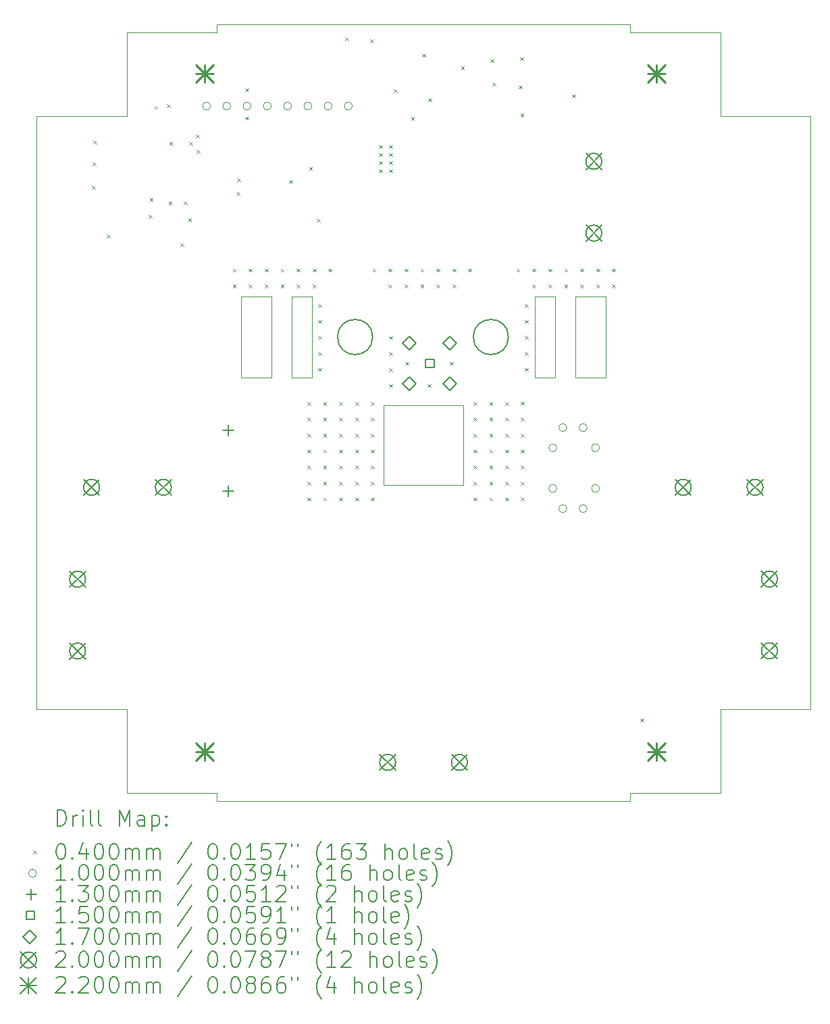
<source format=gbr>
%FSLAX45Y45*%
G04 Gerber Fmt 4.5, Leading zero omitted, Abs format (unit mm)*
G04 Created by KiCad (PCBNEW (6.0.5)) date 2023-01-23 16:47:12*
%MOMM*%
%LPD*%
G01*
G04 APERTURE LIST*
%TA.AperFunction,Profile*%
%ADD10C,0.050000*%
%TD*%
%TA.AperFunction,Profile*%
%ADD11C,0.150000*%
%TD*%
%TA.AperFunction,Profile*%
%ADD12C,0.100000*%
%TD*%
%ADD13C,0.200000*%
%ADD14C,0.040000*%
%ADD15C,0.100000*%
%ADD16C,0.130000*%
%ADD17C,0.150000*%
%ADD18C,0.170000*%
%ADD19C,0.220000*%
G04 APERTURE END LIST*
D10*
X21985800Y-4080680D02*
X20858400Y-4080680D01*
X20548600Y-8407400D02*
X20548600Y-7391400D01*
X20858400Y-3980680D02*
X20858400Y-4080680D01*
D11*
X17627600Y-7899400D02*
G75*
G03*
X17627600Y-7899400I-220000J0D01*
G01*
D10*
X20858400Y-3980680D02*
X15671200Y-3980680D01*
X21985600Y-13613560D02*
X21985600Y-12562000D01*
X20167600Y-7391400D02*
X20167600Y-8407400D01*
D12*
X17768000Y-9751000D02*
X18768000Y-9751000D01*
D10*
X15671200Y-4080680D02*
X14543800Y-4080680D01*
X14543800Y-5132240D02*
X13416400Y-5132240D01*
X20167600Y-8407400D02*
X20548600Y-8407400D01*
X16611600Y-8406897D02*
X16865600Y-8406897D01*
X21985800Y-5132240D02*
X21985800Y-4080680D01*
X19659600Y-8406897D02*
X19659600Y-7390896D01*
X19913600Y-8406897D02*
X19659600Y-8406897D01*
X16357600Y-7391400D02*
X15976600Y-7391400D01*
X15976600Y-8407400D02*
X16357600Y-8407400D01*
D12*
X18768000Y-9751000D02*
X18768000Y-8751000D01*
D10*
X20548600Y-7391400D02*
X20167600Y-7391400D01*
X23113000Y-12562000D02*
X21985600Y-12562000D01*
X14543600Y-12562000D02*
X13416200Y-12562000D01*
X16865600Y-7390896D02*
X16611600Y-7390896D01*
X14543800Y-5132240D02*
X14543800Y-4080680D01*
X15976600Y-7391400D02*
X15976600Y-8407400D01*
X15671000Y-13713560D02*
X15671000Y-13613560D01*
X13416400Y-5132240D02*
X13416200Y-12562000D01*
X15671000Y-13613560D02*
X14543600Y-13613560D01*
X21985600Y-13613560D02*
X20858200Y-13613560D01*
X20858200Y-13713560D02*
X15671000Y-13713560D01*
X23113000Y-12562000D02*
X23113200Y-5132240D01*
X19659600Y-7390896D02*
X19913600Y-7390896D01*
X23113200Y-5132240D02*
X21985800Y-5132240D01*
X15671200Y-4080680D02*
X15671200Y-3980680D01*
D12*
X17768000Y-8751000D02*
X18768000Y-8751000D01*
D10*
X16611600Y-7390896D02*
X16611600Y-8406897D01*
D11*
X19329400Y-7899400D02*
G75*
G03*
X19329400Y-7899400I-220000J0D01*
G01*
D10*
X16357600Y-8407400D02*
X16357600Y-7391400D01*
D12*
X17768000Y-9751000D02*
X17768000Y-8751000D01*
D10*
X19913600Y-7390896D02*
X19913600Y-8406897D01*
X20858200Y-13613560D02*
X20858200Y-13713560D01*
X16865600Y-8406897D02*
X16865600Y-7390896D01*
X14543600Y-13613560D02*
X14543600Y-12562000D01*
D13*
D14*
X14110000Y-6003000D02*
X14150000Y-6043000D01*
X14150000Y-6003000D02*
X14110000Y-6043000D01*
X14114000Y-5708000D02*
X14154000Y-5748000D01*
X14154000Y-5708000D02*
X14114000Y-5748000D01*
X14124000Y-5440000D02*
X14164000Y-5480000D01*
X14164000Y-5440000D02*
X14124000Y-5480000D01*
X14294000Y-6616000D02*
X14334000Y-6656000D01*
X14334000Y-6616000D02*
X14294000Y-6656000D01*
X14820000Y-6369000D02*
X14860000Y-6409000D01*
X14860000Y-6369000D02*
X14820000Y-6409000D01*
X14833000Y-6159000D02*
X14873000Y-6199000D01*
X14873000Y-6159000D02*
X14833000Y-6199000D01*
X14892000Y-5002000D02*
X14932000Y-5042000D01*
X14932000Y-5002000D02*
X14892000Y-5042000D01*
X15051000Y-4983000D02*
X15091000Y-5023000D01*
X15091000Y-4983000D02*
X15051000Y-5023000D01*
X15069750Y-6201250D02*
X15109750Y-6241250D01*
X15109750Y-6201250D02*
X15069750Y-6241250D01*
X15077000Y-5455000D02*
X15117000Y-5495000D01*
X15117000Y-5455000D02*
X15077000Y-5495000D01*
X15217000Y-6726000D02*
X15257000Y-6766000D01*
X15257000Y-6726000D02*
X15217000Y-6766000D01*
X15257250Y-6201250D02*
X15297250Y-6241250D01*
X15297250Y-6201250D02*
X15257250Y-6241250D01*
X15315750Y-6411250D02*
X15355750Y-6451250D01*
X15355750Y-6411250D02*
X15315750Y-6451250D01*
X15330000Y-5455000D02*
X15370000Y-5495000D01*
X15370000Y-5455000D02*
X15330000Y-5495000D01*
X15411000Y-5363000D02*
X15451000Y-5403000D01*
X15451000Y-5363000D02*
X15411000Y-5403000D01*
X15418000Y-5558000D02*
X15458000Y-5598000D01*
X15458000Y-5558000D02*
X15418000Y-5598000D01*
X15874200Y-7041200D02*
X15914200Y-7081200D01*
X15914200Y-7041200D02*
X15874200Y-7081200D01*
X15874200Y-7241200D02*
X15914200Y-7281200D01*
X15914200Y-7241200D02*
X15874200Y-7281200D01*
X15923000Y-6078000D02*
X15963000Y-6118000D01*
X15963000Y-6078000D02*
X15923000Y-6118000D01*
X15927000Y-5910000D02*
X15967000Y-5950000D01*
X15967000Y-5910000D02*
X15927000Y-5950000D01*
X16032800Y-4781000D02*
X16072800Y-4821000D01*
X16072800Y-4781000D02*
X16032800Y-4821000D01*
X16032800Y-5136200D02*
X16072800Y-5176200D01*
X16072800Y-5136200D02*
X16032800Y-5176200D01*
X16074200Y-7041200D02*
X16114200Y-7081200D01*
X16114200Y-7041200D02*
X16074200Y-7081200D01*
X16074200Y-7241200D02*
X16114200Y-7281200D01*
X16114200Y-7241200D02*
X16074200Y-7281200D01*
X16274200Y-7041200D02*
X16314200Y-7081200D01*
X16314200Y-7041200D02*
X16274200Y-7081200D01*
X16274200Y-7241200D02*
X16314200Y-7281200D01*
X16314200Y-7241200D02*
X16274200Y-7281200D01*
X16474200Y-7041200D02*
X16514200Y-7081200D01*
X16514200Y-7041200D02*
X16474200Y-7081200D01*
X16474200Y-7241200D02*
X16514200Y-7281200D01*
X16514200Y-7241200D02*
X16474200Y-7281200D01*
X16578500Y-5933500D02*
X16618500Y-5973500D01*
X16618500Y-5933500D02*
X16578500Y-5973500D01*
X16674200Y-7041200D02*
X16714200Y-7081200D01*
X16714200Y-7041200D02*
X16674200Y-7081200D01*
X16674200Y-7241200D02*
X16714200Y-7281200D01*
X16714200Y-7241200D02*
X16674200Y-7281200D01*
X16807600Y-8711400D02*
X16847600Y-8751400D01*
X16847600Y-8711400D02*
X16807600Y-8751400D01*
X16807600Y-8911400D02*
X16847600Y-8951400D01*
X16847600Y-8911400D02*
X16807600Y-8951400D01*
X16807600Y-9111400D02*
X16847600Y-9151400D01*
X16847600Y-9111400D02*
X16807600Y-9151400D01*
X16807600Y-9311400D02*
X16847600Y-9351400D01*
X16847600Y-9311400D02*
X16807600Y-9351400D01*
X16807600Y-9511400D02*
X16847600Y-9551400D01*
X16847600Y-9511400D02*
X16807600Y-9551400D01*
X16807600Y-9711400D02*
X16847600Y-9751400D01*
X16847600Y-9711400D02*
X16807600Y-9751400D01*
X16807600Y-9911400D02*
X16847600Y-9951400D01*
X16847600Y-9911400D02*
X16807600Y-9951400D01*
X16830000Y-5770000D02*
X16870000Y-5810000D01*
X16870000Y-5770000D02*
X16830000Y-5810000D01*
X16874200Y-7041200D02*
X16914200Y-7081200D01*
X16914200Y-7041200D02*
X16874200Y-7081200D01*
X16874200Y-7241200D02*
X16914200Y-7281200D01*
X16914200Y-7241200D02*
X16874200Y-7281200D01*
X16926000Y-6419000D02*
X16966000Y-6459000D01*
X16966000Y-6419000D02*
X16926000Y-6459000D01*
X16947200Y-7485800D02*
X16987200Y-7525800D01*
X16987200Y-7485800D02*
X16947200Y-7525800D01*
X16947200Y-7685800D02*
X16987200Y-7725800D01*
X16987200Y-7685800D02*
X16947200Y-7725800D01*
X16947200Y-7885800D02*
X16987200Y-7925800D01*
X16987200Y-7885800D02*
X16947200Y-7925800D01*
X16947200Y-8085800D02*
X16987200Y-8125800D01*
X16987200Y-8085800D02*
X16947200Y-8125800D01*
X16947200Y-8285800D02*
X16987200Y-8325800D01*
X16987200Y-8285800D02*
X16947200Y-8325800D01*
X17007600Y-8711400D02*
X17047600Y-8751400D01*
X17047600Y-8711400D02*
X17007600Y-8751400D01*
X17007600Y-8911400D02*
X17047600Y-8951400D01*
X17047600Y-8911400D02*
X17007600Y-8951400D01*
X17007600Y-9111400D02*
X17047600Y-9151400D01*
X17047600Y-9111400D02*
X17007600Y-9151400D01*
X17007600Y-9311400D02*
X17047600Y-9351400D01*
X17047600Y-9311400D02*
X17007600Y-9351400D01*
X17007600Y-9511400D02*
X17047600Y-9551400D01*
X17047600Y-9511400D02*
X17007600Y-9551400D01*
X17007600Y-9711400D02*
X17047600Y-9751400D01*
X17047600Y-9711400D02*
X17007600Y-9751400D01*
X17007600Y-9911400D02*
X17047600Y-9951400D01*
X17047600Y-9911400D02*
X17007600Y-9951400D01*
X17074200Y-7041200D02*
X17114200Y-7081200D01*
X17114200Y-7041200D02*
X17074200Y-7081200D01*
X17207600Y-8711400D02*
X17247600Y-8751400D01*
X17247600Y-8711400D02*
X17207600Y-8751400D01*
X17207600Y-8911400D02*
X17247600Y-8951400D01*
X17247600Y-8911400D02*
X17207600Y-8951400D01*
X17207600Y-9111400D02*
X17247600Y-9151400D01*
X17247600Y-9111400D02*
X17207600Y-9151400D01*
X17207600Y-9311400D02*
X17247600Y-9351400D01*
X17247600Y-9311400D02*
X17207600Y-9351400D01*
X17207600Y-9511400D02*
X17247600Y-9551400D01*
X17247600Y-9511400D02*
X17207600Y-9551400D01*
X17207600Y-9711400D02*
X17247600Y-9751400D01*
X17247600Y-9711400D02*
X17207600Y-9751400D01*
X17207600Y-9911400D02*
X17247600Y-9951400D01*
X17247600Y-9911400D02*
X17207600Y-9951400D01*
X17281000Y-4141000D02*
X17321000Y-4181000D01*
X17321000Y-4141000D02*
X17281000Y-4181000D01*
X17407600Y-8711400D02*
X17447600Y-8751400D01*
X17447600Y-8711400D02*
X17407600Y-8751400D01*
X17407600Y-8911400D02*
X17447600Y-8951400D01*
X17447600Y-8911400D02*
X17407600Y-8951400D01*
X17407600Y-9111400D02*
X17447600Y-9151400D01*
X17447600Y-9111400D02*
X17407600Y-9151400D01*
X17407600Y-9311400D02*
X17447600Y-9351400D01*
X17447600Y-9311400D02*
X17407600Y-9351400D01*
X17407600Y-9511400D02*
X17447600Y-9551400D01*
X17447600Y-9511400D02*
X17407600Y-9551400D01*
X17407600Y-9711400D02*
X17447600Y-9751400D01*
X17447600Y-9711400D02*
X17407600Y-9751400D01*
X17407600Y-9911400D02*
X17447600Y-9951400D01*
X17447600Y-9911400D02*
X17407600Y-9951400D01*
X17597300Y-4167600D02*
X17637300Y-4207600D01*
X17637300Y-4167600D02*
X17597300Y-4207600D01*
X17607600Y-8711400D02*
X17647600Y-8751400D01*
X17647600Y-8711400D02*
X17607600Y-8751400D01*
X17607600Y-8911400D02*
X17647600Y-8951400D01*
X17647600Y-8911400D02*
X17607600Y-8951400D01*
X17607600Y-9111400D02*
X17647600Y-9151400D01*
X17647600Y-9111400D02*
X17607600Y-9151400D01*
X17607600Y-9311400D02*
X17647600Y-9351400D01*
X17647600Y-9311400D02*
X17607600Y-9351400D01*
X17607600Y-9511400D02*
X17647600Y-9551400D01*
X17647600Y-9511400D02*
X17607600Y-9551400D01*
X17607600Y-9711400D02*
X17647600Y-9751400D01*
X17647600Y-9711400D02*
X17607600Y-9751400D01*
X17607600Y-9911400D02*
X17647600Y-9951400D01*
X17647600Y-9911400D02*
X17607600Y-9951400D01*
X17626800Y-7041200D02*
X17666800Y-7081200D01*
X17666800Y-7041200D02*
X17626800Y-7081200D01*
X17709200Y-5491800D02*
X17749200Y-5531800D01*
X17749200Y-5491800D02*
X17709200Y-5531800D01*
X17709200Y-5593400D02*
X17749200Y-5633400D01*
X17749200Y-5593400D02*
X17709200Y-5633400D01*
X17709200Y-5695000D02*
X17749200Y-5735000D01*
X17749200Y-5695000D02*
X17709200Y-5735000D01*
X17709200Y-5796600D02*
X17749200Y-5836600D01*
X17749200Y-5796600D02*
X17709200Y-5836600D01*
X17826800Y-7041200D02*
X17866800Y-7081200D01*
X17866800Y-7041200D02*
X17826800Y-7081200D01*
X17826800Y-7241200D02*
X17866800Y-7281200D01*
X17866800Y-7241200D02*
X17826800Y-7281200D01*
X17836200Y-5491800D02*
X17876200Y-5531800D01*
X17876200Y-5491800D02*
X17836200Y-5531800D01*
X17836200Y-5593400D02*
X17876200Y-5633400D01*
X17876200Y-5593400D02*
X17836200Y-5633400D01*
X17836200Y-5695000D02*
X17876200Y-5735000D01*
X17876200Y-5695000D02*
X17836200Y-5735000D01*
X17836200Y-5796600D02*
X17876200Y-5836600D01*
X17876200Y-5796600D02*
X17836200Y-5836600D01*
X17836200Y-7889000D02*
X17876200Y-7929000D01*
X17876200Y-7889000D02*
X17836200Y-7929000D01*
X17836200Y-8089000D02*
X17876200Y-8129000D01*
X17876200Y-8089000D02*
X17836200Y-8129000D01*
X17836200Y-8289000D02*
X17876200Y-8329000D01*
X17876200Y-8289000D02*
X17836200Y-8329000D01*
X17836200Y-8489000D02*
X17876200Y-8529000D01*
X17876200Y-8489000D02*
X17836200Y-8529000D01*
X17891300Y-4795600D02*
X17931300Y-4835600D01*
X17931300Y-4795600D02*
X17891300Y-4835600D01*
X18026800Y-7041200D02*
X18066800Y-7081200D01*
X18066800Y-7041200D02*
X18026800Y-7081200D01*
X18026800Y-7241200D02*
X18066800Y-7281200D01*
X18066800Y-7241200D02*
X18026800Y-7281200D01*
X18039400Y-8209600D02*
X18079400Y-8249600D01*
X18079400Y-8209600D02*
X18039400Y-8249600D01*
X18109800Y-5139100D02*
X18149800Y-5179100D01*
X18149800Y-5139100D02*
X18109800Y-5179100D01*
X18226800Y-7041200D02*
X18266800Y-7081200D01*
X18266800Y-7041200D02*
X18226800Y-7081200D01*
X18226800Y-7241200D02*
X18266800Y-7281200D01*
X18266800Y-7241200D02*
X18226800Y-7281200D01*
X18251300Y-4349600D02*
X18291300Y-4389600D01*
X18291300Y-4349600D02*
X18251300Y-4389600D01*
X18318800Y-8489000D02*
X18358800Y-8529000D01*
X18358800Y-8489000D02*
X18318800Y-8529000D01*
X18327300Y-4907600D02*
X18367300Y-4947600D01*
X18367300Y-4907600D02*
X18327300Y-4947600D01*
X18426800Y-7041200D02*
X18466800Y-7081200D01*
X18466800Y-7041200D02*
X18426800Y-7081200D01*
X18426800Y-7241200D02*
X18466800Y-7281200D01*
X18466800Y-7241200D02*
X18426800Y-7281200D01*
X18598200Y-8209600D02*
X18638200Y-8249600D01*
X18638200Y-8209600D02*
X18598200Y-8249600D01*
X18626800Y-7041200D02*
X18666800Y-7081200D01*
X18666800Y-7041200D02*
X18626800Y-7081200D01*
X18626800Y-7241200D02*
X18666800Y-7281200D01*
X18666800Y-7241200D02*
X18626800Y-7281200D01*
X18735300Y-4503600D02*
X18775300Y-4543600D01*
X18775300Y-4503600D02*
X18735300Y-4543600D01*
X18826800Y-7041200D02*
X18866800Y-7081200D01*
X18866800Y-7041200D02*
X18826800Y-7081200D01*
X18890400Y-8711400D02*
X18930400Y-8751400D01*
X18930400Y-8711400D02*
X18890400Y-8751400D01*
X18890400Y-8911400D02*
X18930400Y-8951400D01*
X18930400Y-8911400D02*
X18890400Y-8951400D01*
X18890400Y-9111400D02*
X18930400Y-9151400D01*
X18930400Y-9111400D02*
X18890400Y-9151400D01*
X18890400Y-9311400D02*
X18930400Y-9351400D01*
X18930400Y-9311400D02*
X18890400Y-9351400D01*
X18890400Y-9511400D02*
X18930400Y-9551400D01*
X18930400Y-9511400D02*
X18890400Y-9551400D01*
X18890400Y-9711400D02*
X18930400Y-9751400D01*
X18930400Y-9711400D02*
X18890400Y-9751400D01*
X18890400Y-9911400D02*
X18930400Y-9951400D01*
X18930400Y-9911400D02*
X18890400Y-9951400D01*
X19090400Y-8711400D02*
X19130400Y-8751400D01*
X19130400Y-8711400D02*
X19090400Y-8751400D01*
X19090400Y-8911400D02*
X19130400Y-8951400D01*
X19130400Y-8911400D02*
X19090400Y-8951400D01*
X19090400Y-9111400D02*
X19130400Y-9151400D01*
X19130400Y-9111400D02*
X19090400Y-9151400D01*
X19090400Y-9311400D02*
X19130400Y-9351400D01*
X19130400Y-9311400D02*
X19090400Y-9351400D01*
X19090400Y-9511400D02*
X19130400Y-9551400D01*
X19130400Y-9511400D02*
X19090400Y-9551400D01*
X19090400Y-9711400D02*
X19130400Y-9751400D01*
X19130400Y-9711400D02*
X19090400Y-9751400D01*
X19090400Y-9911400D02*
X19130400Y-9951400D01*
X19130400Y-9911400D02*
X19090400Y-9951400D01*
X19101550Y-4417350D02*
X19141550Y-4457350D01*
X19141550Y-4417350D02*
X19101550Y-4457350D01*
X19131300Y-4708600D02*
X19171300Y-4748600D01*
X19171300Y-4708600D02*
X19131300Y-4748600D01*
X19290400Y-8711400D02*
X19330400Y-8751400D01*
X19330400Y-8711400D02*
X19290400Y-8751400D01*
X19290400Y-8911400D02*
X19330400Y-8951400D01*
X19330400Y-8911400D02*
X19290400Y-8951400D01*
X19290400Y-9111400D02*
X19330400Y-9151400D01*
X19330400Y-9111400D02*
X19290400Y-9151400D01*
X19290400Y-9311400D02*
X19330400Y-9351400D01*
X19330400Y-9311400D02*
X19290400Y-9351400D01*
X19290400Y-9511400D02*
X19330400Y-9551400D01*
X19330400Y-9511400D02*
X19290400Y-9551400D01*
X19290400Y-9711400D02*
X19330400Y-9751400D01*
X19330400Y-9711400D02*
X19290400Y-9751400D01*
X19290400Y-9911400D02*
X19330400Y-9951400D01*
X19330400Y-9911400D02*
X19290400Y-9951400D01*
X19430200Y-7041200D02*
X19470200Y-7081200D01*
X19470200Y-7041200D02*
X19430200Y-7081200D01*
X19461300Y-4747600D02*
X19501300Y-4787600D01*
X19501300Y-4747600D02*
X19461300Y-4787600D01*
X19474300Y-4390600D02*
X19514300Y-4430600D01*
X19514300Y-4390600D02*
X19474300Y-4430600D01*
X19480800Y-5098100D02*
X19520800Y-5138100D01*
X19520800Y-5098100D02*
X19480800Y-5138100D01*
X19487200Y-8710362D02*
X19527200Y-8750362D01*
X19527200Y-8710362D02*
X19487200Y-8750362D01*
X19487200Y-8910362D02*
X19527200Y-8950362D01*
X19527200Y-8910362D02*
X19487200Y-8950362D01*
X19487200Y-9110362D02*
X19527200Y-9150362D01*
X19527200Y-9110362D02*
X19487200Y-9150362D01*
X19487200Y-9310362D02*
X19527200Y-9350362D01*
X19527200Y-9310362D02*
X19487200Y-9350362D01*
X19487200Y-9510362D02*
X19527200Y-9550362D01*
X19527200Y-9510362D02*
X19487200Y-9550362D01*
X19487200Y-9710362D02*
X19527200Y-9750362D01*
X19527200Y-9710362D02*
X19487200Y-9750362D01*
X19487200Y-9910362D02*
X19527200Y-9950362D01*
X19527200Y-9910362D02*
X19487200Y-9950362D01*
X19538000Y-7485800D02*
X19578000Y-7525800D01*
X19578000Y-7485800D02*
X19538000Y-7525800D01*
X19538000Y-7685800D02*
X19578000Y-7725800D01*
X19578000Y-7685800D02*
X19538000Y-7725800D01*
X19538000Y-7885800D02*
X19578000Y-7925800D01*
X19578000Y-7885800D02*
X19538000Y-7925800D01*
X19538000Y-8085800D02*
X19578000Y-8125800D01*
X19578000Y-8085800D02*
X19538000Y-8125800D01*
X19538000Y-8285800D02*
X19578000Y-8325800D01*
X19578000Y-8285800D02*
X19538000Y-8325800D01*
X19630200Y-7041200D02*
X19670200Y-7081200D01*
X19670200Y-7041200D02*
X19630200Y-7081200D01*
X19630200Y-7241200D02*
X19670200Y-7281200D01*
X19670200Y-7241200D02*
X19630200Y-7281200D01*
X19830200Y-7041200D02*
X19870200Y-7081200D01*
X19870200Y-7041200D02*
X19830200Y-7081200D01*
X19830200Y-7241200D02*
X19870200Y-7281200D01*
X19870200Y-7241200D02*
X19830200Y-7281200D01*
X20030200Y-7041200D02*
X20070200Y-7081200D01*
X20070200Y-7041200D02*
X20030200Y-7081200D01*
X20030200Y-7241200D02*
X20070200Y-7281200D01*
X20070200Y-7241200D02*
X20030200Y-7281200D01*
X20125760Y-4857760D02*
X20165760Y-4897760D01*
X20165760Y-4857760D02*
X20125760Y-4897760D01*
X20230200Y-7041200D02*
X20270200Y-7081200D01*
X20270200Y-7041200D02*
X20230200Y-7081200D01*
X20230200Y-7241200D02*
X20270200Y-7281200D01*
X20270200Y-7241200D02*
X20230200Y-7281200D01*
X20430200Y-7041200D02*
X20470200Y-7081200D01*
X20470200Y-7041200D02*
X20430200Y-7081200D01*
X20430200Y-7241200D02*
X20470200Y-7281200D01*
X20470200Y-7241200D02*
X20430200Y-7281200D01*
X20630200Y-7041200D02*
X20670200Y-7081200D01*
X20670200Y-7041200D02*
X20630200Y-7081200D01*
X20630200Y-7241200D02*
X20670200Y-7281200D01*
X20670200Y-7241200D02*
X20630200Y-7281200D01*
X20985800Y-12680000D02*
X21025800Y-12720000D01*
X21025800Y-12680000D02*
X20985800Y-12720000D01*
D15*
X15594800Y-5003800D02*
G75*
G03*
X15594800Y-5003800I-50000J0D01*
G01*
X15848800Y-5003800D02*
G75*
G03*
X15848800Y-5003800I-50000J0D01*
G01*
X16102800Y-5003800D02*
G75*
G03*
X16102800Y-5003800I-50000J0D01*
G01*
X16356800Y-5003800D02*
G75*
G03*
X16356800Y-5003800I-50000J0D01*
G01*
X16610800Y-5003800D02*
G75*
G03*
X16610800Y-5003800I-50000J0D01*
G01*
X16864800Y-5003800D02*
G75*
G03*
X16864800Y-5003800I-50000J0D01*
G01*
X17118800Y-5003800D02*
G75*
G03*
X17118800Y-5003800I-50000J0D01*
G01*
X17372800Y-5003800D02*
G75*
G03*
X17372800Y-5003800I-50000J0D01*
G01*
X19934600Y-9288300D02*
G75*
G03*
X19934600Y-9288300I-50000J0D01*
G01*
X19934600Y-9796300D02*
G75*
G03*
X19934600Y-9796300I-50000J0D01*
G01*
X20061600Y-9034300D02*
G75*
G03*
X20061600Y-9034300I-50000J0D01*
G01*
X20061600Y-10050300D02*
G75*
G03*
X20061600Y-10050300I-50000J0D01*
G01*
X20315600Y-9034300D02*
G75*
G03*
X20315600Y-9034300I-50000J0D01*
G01*
X20315600Y-10050300D02*
G75*
G03*
X20315600Y-10050300I-50000J0D01*
G01*
X20471600Y-9288300D02*
G75*
G03*
X20471600Y-9288300I-50000J0D01*
G01*
X20471600Y-9796300D02*
G75*
G03*
X20471600Y-9796300I-50000J0D01*
G01*
D16*
X15817000Y-9002000D02*
X15817000Y-9132000D01*
X15752000Y-9067000D02*
X15882000Y-9067000D01*
X15817000Y-9764000D02*
X15817000Y-9894000D01*
X15752000Y-9829000D02*
X15882000Y-9829000D01*
D17*
X18396178Y-8282130D02*
X18396178Y-8176063D01*
X18290111Y-8176063D01*
X18290111Y-8282130D01*
X18396178Y-8282130D01*
D18*
X18089144Y-8060096D02*
X18174144Y-7975096D01*
X18089144Y-7890096D01*
X18004144Y-7975096D01*
X18089144Y-8060096D01*
X18089144Y-8568097D02*
X18174144Y-8483097D01*
X18089144Y-8398097D01*
X18004144Y-8483097D01*
X18089144Y-8568097D01*
X18597144Y-8060096D02*
X18682144Y-7975096D01*
X18597144Y-7890096D01*
X18512144Y-7975096D01*
X18597144Y-8060096D01*
X18597144Y-8568097D02*
X18682144Y-8483097D01*
X18597144Y-8398097D01*
X18512144Y-8483097D01*
X18597144Y-8568097D01*
D13*
X13828000Y-10835000D02*
X14028000Y-11035000D01*
X14028000Y-10835000D02*
X13828000Y-11035000D01*
X14028000Y-10935000D02*
G75*
G03*
X14028000Y-10935000I-100000J0D01*
G01*
X13828000Y-11735000D02*
X14028000Y-11935000D01*
X14028000Y-11735000D02*
X13828000Y-11935000D01*
X14028000Y-11835000D02*
G75*
G03*
X14028000Y-11835000I-100000J0D01*
G01*
X14004200Y-9683000D02*
X14204200Y-9883000D01*
X14204200Y-9683000D02*
X14004200Y-9883000D01*
X14204200Y-9783000D02*
G75*
G03*
X14204200Y-9783000I-100000J0D01*
G01*
X14904200Y-9683000D02*
X15104200Y-9883000D01*
X15104200Y-9683000D02*
X14904200Y-9883000D01*
X15104200Y-9783000D02*
G75*
G03*
X15104200Y-9783000I-100000J0D01*
G01*
X17716000Y-13131000D02*
X17916000Y-13331000D01*
X17916000Y-13131000D02*
X17716000Y-13331000D01*
X17916000Y-13231000D02*
G75*
G03*
X17916000Y-13231000I-100000J0D01*
G01*
X18616000Y-13131000D02*
X18816000Y-13331000D01*
X18816000Y-13131000D02*
X18616000Y-13331000D01*
X18816000Y-13231000D02*
G75*
G03*
X18816000Y-13231000I-100000J0D01*
G01*
X20300800Y-5596800D02*
X20500800Y-5796800D01*
X20500800Y-5596800D02*
X20300800Y-5796800D01*
X20500800Y-5696800D02*
G75*
G03*
X20500800Y-5696800I-100000J0D01*
G01*
X20300800Y-6496800D02*
X20500800Y-6696800D01*
X20500800Y-6496800D02*
X20300800Y-6696800D01*
X20500800Y-6596800D02*
G75*
G03*
X20500800Y-6596800I-100000J0D01*
G01*
X21421000Y-9683000D02*
X21621000Y-9883000D01*
X21621000Y-9683000D02*
X21421000Y-9883000D01*
X21621000Y-9783000D02*
G75*
G03*
X21621000Y-9783000I-100000J0D01*
G01*
X22321000Y-9683000D02*
X22521000Y-9883000D01*
X22521000Y-9683000D02*
X22321000Y-9883000D01*
X22521000Y-9783000D02*
G75*
G03*
X22521000Y-9783000I-100000J0D01*
G01*
X22502000Y-10833000D02*
X22702000Y-11033000D01*
X22702000Y-10833000D02*
X22502000Y-11033000D01*
X22702000Y-10933000D02*
G75*
G03*
X22702000Y-10933000I-100000J0D01*
G01*
X22502000Y-11733000D02*
X22702000Y-11933000D01*
X22702000Y-11733000D02*
X22502000Y-11933000D01*
X22702000Y-11833000D02*
G75*
G03*
X22702000Y-11833000I-100000J0D01*
G01*
D19*
X15408200Y-4486560D02*
X15628200Y-4706560D01*
X15628200Y-4486560D02*
X15408200Y-4706560D01*
X15518200Y-4486560D02*
X15518200Y-4706560D01*
X15408200Y-4596560D02*
X15628200Y-4596560D01*
X15408200Y-12986560D02*
X15628200Y-13206560D01*
X15628200Y-12986560D02*
X15408200Y-13206560D01*
X15518200Y-12986560D02*
X15518200Y-13206560D01*
X15408200Y-13096560D02*
X15628200Y-13096560D01*
X21075600Y-4486560D02*
X21295600Y-4706560D01*
X21295600Y-4486560D02*
X21075600Y-4706560D01*
X21185600Y-4486560D02*
X21185600Y-4706560D01*
X21075600Y-4596560D02*
X21295600Y-4596560D01*
X21075600Y-12986560D02*
X21295600Y-13206560D01*
X21295600Y-12986560D02*
X21075600Y-13206560D01*
X21185600Y-12986560D02*
X21185600Y-13206560D01*
X21075600Y-13096560D02*
X21295600Y-13096560D01*
D13*
X13671319Y-14026536D02*
X13671319Y-13826536D01*
X13718938Y-13826536D01*
X13747509Y-13836060D01*
X13766557Y-13855108D01*
X13776081Y-13874155D01*
X13785605Y-13912250D01*
X13785605Y-13940822D01*
X13776081Y-13978917D01*
X13766557Y-13997965D01*
X13747509Y-14017012D01*
X13718938Y-14026536D01*
X13671319Y-14026536D01*
X13871319Y-14026536D02*
X13871319Y-13893203D01*
X13871319Y-13931298D02*
X13880843Y-13912250D01*
X13890367Y-13902727D01*
X13909414Y-13893203D01*
X13928462Y-13893203D01*
X13995128Y-14026536D02*
X13995128Y-13893203D01*
X13995128Y-13826536D02*
X13985605Y-13836060D01*
X13995128Y-13845584D01*
X14004652Y-13836060D01*
X13995128Y-13826536D01*
X13995128Y-13845584D01*
X14118938Y-14026536D02*
X14099890Y-14017012D01*
X14090367Y-13997965D01*
X14090367Y-13826536D01*
X14223700Y-14026536D02*
X14204652Y-14017012D01*
X14195128Y-13997965D01*
X14195128Y-13826536D01*
X14452271Y-14026536D02*
X14452271Y-13826536D01*
X14518938Y-13969393D01*
X14585605Y-13826536D01*
X14585605Y-14026536D01*
X14766557Y-14026536D02*
X14766557Y-13921774D01*
X14757033Y-13902727D01*
X14737986Y-13893203D01*
X14699890Y-13893203D01*
X14680843Y-13902727D01*
X14766557Y-14017012D02*
X14747509Y-14026536D01*
X14699890Y-14026536D01*
X14680843Y-14017012D01*
X14671319Y-13997965D01*
X14671319Y-13978917D01*
X14680843Y-13959869D01*
X14699890Y-13950346D01*
X14747509Y-13950346D01*
X14766557Y-13940822D01*
X14861795Y-13893203D02*
X14861795Y-14093203D01*
X14861795Y-13902727D02*
X14880843Y-13893203D01*
X14918938Y-13893203D01*
X14937986Y-13902727D01*
X14947509Y-13912250D01*
X14957033Y-13931298D01*
X14957033Y-13988441D01*
X14947509Y-14007488D01*
X14937986Y-14017012D01*
X14918938Y-14026536D01*
X14880843Y-14026536D01*
X14861795Y-14017012D01*
X15042748Y-14007488D02*
X15052271Y-14017012D01*
X15042748Y-14026536D01*
X15033224Y-14017012D01*
X15042748Y-14007488D01*
X15042748Y-14026536D01*
X15042748Y-13902727D02*
X15052271Y-13912250D01*
X15042748Y-13921774D01*
X15033224Y-13912250D01*
X15042748Y-13902727D01*
X15042748Y-13921774D01*
D14*
X13373700Y-14336060D02*
X13413700Y-14376060D01*
X13413700Y-14336060D02*
X13373700Y-14376060D01*
D13*
X13709414Y-14246536D02*
X13728462Y-14246536D01*
X13747509Y-14256060D01*
X13757033Y-14265584D01*
X13766557Y-14284631D01*
X13776081Y-14322727D01*
X13776081Y-14370346D01*
X13766557Y-14408441D01*
X13757033Y-14427488D01*
X13747509Y-14437012D01*
X13728462Y-14446536D01*
X13709414Y-14446536D01*
X13690367Y-14437012D01*
X13680843Y-14427488D01*
X13671319Y-14408441D01*
X13661795Y-14370346D01*
X13661795Y-14322727D01*
X13671319Y-14284631D01*
X13680843Y-14265584D01*
X13690367Y-14256060D01*
X13709414Y-14246536D01*
X13861795Y-14427488D02*
X13871319Y-14437012D01*
X13861795Y-14446536D01*
X13852271Y-14437012D01*
X13861795Y-14427488D01*
X13861795Y-14446536D01*
X14042748Y-14313203D02*
X14042748Y-14446536D01*
X13995128Y-14237012D02*
X13947509Y-14379869D01*
X14071319Y-14379869D01*
X14185605Y-14246536D02*
X14204652Y-14246536D01*
X14223700Y-14256060D01*
X14233224Y-14265584D01*
X14242748Y-14284631D01*
X14252271Y-14322727D01*
X14252271Y-14370346D01*
X14242748Y-14408441D01*
X14233224Y-14427488D01*
X14223700Y-14437012D01*
X14204652Y-14446536D01*
X14185605Y-14446536D01*
X14166557Y-14437012D01*
X14157033Y-14427488D01*
X14147509Y-14408441D01*
X14137986Y-14370346D01*
X14137986Y-14322727D01*
X14147509Y-14284631D01*
X14157033Y-14265584D01*
X14166557Y-14256060D01*
X14185605Y-14246536D01*
X14376081Y-14246536D02*
X14395128Y-14246536D01*
X14414176Y-14256060D01*
X14423700Y-14265584D01*
X14433224Y-14284631D01*
X14442748Y-14322727D01*
X14442748Y-14370346D01*
X14433224Y-14408441D01*
X14423700Y-14427488D01*
X14414176Y-14437012D01*
X14395128Y-14446536D01*
X14376081Y-14446536D01*
X14357033Y-14437012D01*
X14347509Y-14427488D01*
X14337986Y-14408441D01*
X14328462Y-14370346D01*
X14328462Y-14322727D01*
X14337986Y-14284631D01*
X14347509Y-14265584D01*
X14357033Y-14256060D01*
X14376081Y-14246536D01*
X14528462Y-14446536D02*
X14528462Y-14313203D01*
X14528462Y-14332250D02*
X14537986Y-14322727D01*
X14557033Y-14313203D01*
X14585605Y-14313203D01*
X14604652Y-14322727D01*
X14614176Y-14341774D01*
X14614176Y-14446536D01*
X14614176Y-14341774D02*
X14623700Y-14322727D01*
X14642748Y-14313203D01*
X14671319Y-14313203D01*
X14690367Y-14322727D01*
X14699890Y-14341774D01*
X14699890Y-14446536D01*
X14795128Y-14446536D02*
X14795128Y-14313203D01*
X14795128Y-14332250D02*
X14804652Y-14322727D01*
X14823700Y-14313203D01*
X14852271Y-14313203D01*
X14871319Y-14322727D01*
X14880843Y-14341774D01*
X14880843Y-14446536D01*
X14880843Y-14341774D02*
X14890367Y-14322727D01*
X14909414Y-14313203D01*
X14937986Y-14313203D01*
X14957033Y-14322727D01*
X14966557Y-14341774D01*
X14966557Y-14446536D01*
X15357033Y-14237012D02*
X15185605Y-14494155D01*
X15614176Y-14246536D02*
X15633224Y-14246536D01*
X15652271Y-14256060D01*
X15661795Y-14265584D01*
X15671319Y-14284631D01*
X15680843Y-14322727D01*
X15680843Y-14370346D01*
X15671319Y-14408441D01*
X15661795Y-14427488D01*
X15652271Y-14437012D01*
X15633224Y-14446536D01*
X15614176Y-14446536D01*
X15595128Y-14437012D01*
X15585605Y-14427488D01*
X15576081Y-14408441D01*
X15566557Y-14370346D01*
X15566557Y-14322727D01*
X15576081Y-14284631D01*
X15585605Y-14265584D01*
X15595128Y-14256060D01*
X15614176Y-14246536D01*
X15766557Y-14427488D02*
X15776081Y-14437012D01*
X15766557Y-14446536D01*
X15757033Y-14437012D01*
X15766557Y-14427488D01*
X15766557Y-14446536D01*
X15899890Y-14246536D02*
X15918938Y-14246536D01*
X15937986Y-14256060D01*
X15947509Y-14265584D01*
X15957033Y-14284631D01*
X15966557Y-14322727D01*
X15966557Y-14370346D01*
X15957033Y-14408441D01*
X15947509Y-14427488D01*
X15937986Y-14437012D01*
X15918938Y-14446536D01*
X15899890Y-14446536D01*
X15880843Y-14437012D01*
X15871319Y-14427488D01*
X15861795Y-14408441D01*
X15852271Y-14370346D01*
X15852271Y-14322727D01*
X15861795Y-14284631D01*
X15871319Y-14265584D01*
X15880843Y-14256060D01*
X15899890Y-14246536D01*
X16157033Y-14446536D02*
X16042748Y-14446536D01*
X16099890Y-14446536D02*
X16099890Y-14246536D01*
X16080843Y-14275108D01*
X16061795Y-14294155D01*
X16042748Y-14303679D01*
X16337986Y-14246536D02*
X16242748Y-14246536D01*
X16233224Y-14341774D01*
X16242748Y-14332250D01*
X16261795Y-14322727D01*
X16309414Y-14322727D01*
X16328462Y-14332250D01*
X16337986Y-14341774D01*
X16347509Y-14360822D01*
X16347509Y-14408441D01*
X16337986Y-14427488D01*
X16328462Y-14437012D01*
X16309414Y-14446536D01*
X16261795Y-14446536D01*
X16242748Y-14437012D01*
X16233224Y-14427488D01*
X16414176Y-14246536D02*
X16547509Y-14246536D01*
X16461795Y-14446536D01*
X16614176Y-14246536D02*
X16614176Y-14284631D01*
X16690367Y-14246536D02*
X16690367Y-14284631D01*
X16985605Y-14522727D02*
X16976081Y-14513203D01*
X16957033Y-14484631D01*
X16947510Y-14465584D01*
X16937986Y-14437012D01*
X16928462Y-14389393D01*
X16928462Y-14351298D01*
X16937986Y-14303679D01*
X16947510Y-14275108D01*
X16957033Y-14256060D01*
X16976081Y-14227488D01*
X16985605Y-14217965D01*
X17166557Y-14446536D02*
X17052271Y-14446536D01*
X17109414Y-14446536D02*
X17109414Y-14246536D01*
X17090367Y-14275108D01*
X17071319Y-14294155D01*
X17052271Y-14303679D01*
X17337986Y-14246536D02*
X17299890Y-14246536D01*
X17280843Y-14256060D01*
X17271319Y-14265584D01*
X17252271Y-14294155D01*
X17242748Y-14332250D01*
X17242748Y-14408441D01*
X17252271Y-14427488D01*
X17261795Y-14437012D01*
X17280843Y-14446536D01*
X17318938Y-14446536D01*
X17337986Y-14437012D01*
X17347510Y-14427488D01*
X17357033Y-14408441D01*
X17357033Y-14360822D01*
X17347510Y-14341774D01*
X17337986Y-14332250D01*
X17318938Y-14322727D01*
X17280843Y-14322727D01*
X17261795Y-14332250D01*
X17252271Y-14341774D01*
X17242748Y-14360822D01*
X17423700Y-14246536D02*
X17547510Y-14246536D01*
X17480843Y-14322727D01*
X17509414Y-14322727D01*
X17528462Y-14332250D01*
X17537986Y-14341774D01*
X17547510Y-14360822D01*
X17547510Y-14408441D01*
X17537986Y-14427488D01*
X17528462Y-14437012D01*
X17509414Y-14446536D01*
X17452271Y-14446536D01*
X17433224Y-14437012D01*
X17423700Y-14427488D01*
X17785605Y-14446536D02*
X17785605Y-14246536D01*
X17871319Y-14446536D02*
X17871319Y-14341774D01*
X17861795Y-14322727D01*
X17842748Y-14313203D01*
X17814176Y-14313203D01*
X17795129Y-14322727D01*
X17785605Y-14332250D01*
X17995129Y-14446536D02*
X17976081Y-14437012D01*
X17966557Y-14427488D01*
X17957033Y-14408441D01*
X17957033Y-14351298D01*
X17966557Y-14332250D01*
X17976081Y-14322727D01*
X17995129Y-14313203D01*
X18023700Y-14313203D01*
X18042748Y-14322727D01*
X18052271Y-14332250D01*
X18061795Y-14351298D01*
X18061795Y-14408441D01*
X18052271Y-14427488D01*
X18042748Y-14437012D01*
X18023700Y-14446536D01*
X17995129Y-14446536D01*
X18176081Y-14446536D02*
X18157033Y-14437012D01*
X18147510Y-14417965D01*
X18147510Y-14246536D01*
X18328462Y-14437012D02*
X18309414Y-14446536D01*
X18271319Y-14446536D01*
X18252271Y-14437012D01*
X18242748Y-14417965D01*
X18242748Y-14341774D01*
X18252271Y-14322727D01*
X18271319Y-14313203D01*
X18309414Y-14313203D01*
X18328462Y-14322727D01*
X18337986Y-14341774D01*
X18337986Y-14360822D01*
X18242748Y-14379869D01*
X18414176Y-14437012D02*
X18433224Y-14446536D01*
X18471319Y-14446536D01*
X18490367Y-14437012D01*
X18499890Y-14417965D01*
X18499890Y-14408441D01*
X18490367Y-14389393D01*
X18471319Y-14379869D01*
X18442748Y-14379869D01*
X18423700Y-14370346D01*
X18414176Y-14351298D01*
X18414176Y-14341774D01*
X18423700Y-14322727D01*
X18442748Y-14313203D01*
X18471319Y-14313203D01*
X18490367Y-14322727D01*
X18566557Y-14522727D02*
X18576081Y-14513203D01*
X18595129Y-14484631D01*
X18604652Y-14465584D01*
X18614176Y-14437012D01*
X18623700Y-14389393D01*
X18623700Y-14351298D01*
X18614176Y-14303679D01*
X18604652Y-14275108D01*
X18595129Y-14256060D01*
X18576081Y-14227488D01*
X18566557Y-14217965D01*
D15*
X13413700Y-14620060D02*
G75*
G03*
X13413700Y-14620060I-50000J0D01*
G01*
D13*
X13776081Y-14710536D02*
X13661795Y-14710536D01*
X13718938Y-14710536D02*
X13718938Y-14510536D01*
X13699890Y-14539108D01*
X13680843Y-14558155D01*
X13661795Y-14567679D01*
X13861795Y-14691488D02*
X13871319Y-14701012D01*
X13861795Y-14710536D01*
X13852271Y-14701012D01*
X13861795Y-14691488D01*
X13861795Y-14710536D01*
X13995128Y-14510536D02*
X14014176Y-14510536D01*
X14033224Y-14520060D01*
X14042748Y-14529584D01*
X14052271Y-14548631D01*
X14061795Y-14586727D01*
X14061795Y-14634346D01*
X14052271Y-14672441D01*
X14042748Y-14691488D01*
X14033224Y-14701012D01*
X14014176Y-14710536D01*
X13995128Y-14710536D01*
X13976081Y-14701012D01*
X13966557Y-14691488D01*
X13957033Y-14672441D01*
X13947509Y-14634346D01*
X13947509Y-14586727D01*
X13957033Y-14548631D01*
X13966557Y-14529584D01*
X13976081Y-14520060D01*
X13995128Y-14510536D01*
X14185605Y-14510536D02*
X14204652Y-14510536D01*
X14223700Y-14520060D01*
X14233224Y-14529584D01*
X14242748Y-14548631D01*
X14252271Y-14586727D01*
X14252271Y-14634346D01*
X14242748Y-14672441D01*
X14233224Y-14691488D01*
X14223700Y-14701012D01*
X14204652Y-14710536D01*
X14185605Y-14710536D01*
X14166557Y-14701012D01*
X14157033Y-14691488D01*
X14147509Y-14672441D01*
X14137986Y-14634346D01*
X14137986Y-14586727D01*
X14147509Y-14548631D01*
X14157033Y-14529584D01*
X14166557Y-14520060D01*
X14185605Y-14510536D01*
X14376081Y-14510536D02*
X14395128Y-14510536D01*
X14414176Y-14520060D01*
X14423700Y-14529584D01*
X14433224Y-14548631D01*
X14442748Y-14586727D01*
X14442748Y-14634346D01*
X14433224Y-14672441D01*
X14423700Y-14691488D01*
X14414176Y-14701012D01*
X14395128Y-14710536D01*
X14376081Y-14710536D01*
X14357033Y-14701012D01*
X14347509Y-14691488D01*
X14337986Y-14672441D01*
X14328462Y-14634346D01*
X14328462Y-14586727D01*
X14337986Y-14548631D01*
X14347509Y-14529584D01*
X14357033Y-14520060D01*
X14376081Y-14510536D01*
X14528462Y-14710536D02*
X14528462Y-14577203D01*
X14528462Y-14596250D02*
X14537986Y-14586727D01*
X14557033Y-14577203D01*
X14585605Y-14577203D01*
X14604652Y-14586727D01*
X14614176Y-14605774D01*
X14614176Y-14710536D01*
X14614176Y-14605774D02*
X14623700Y-14586727D01*
X14642748Y-14577203D01*
X14671319Y-14577203D01*
X14690367Y-14586727D01*
X14699890Y-14605774D01*
X14699890Y-14710536D01*
X14795128Y-14710536D02*
X14795128Y-14577203D01*
X14795128Y-14596250D02*
X14804652Y-14586727D01*
X14823700Y-14577203D01*
X14852271Y-14577203D01*
X14871319Y-14586727D01*
X14880843Y-14605774D01*
X14880843Y-14710536D01*
X14880843Y-14605774D02*
X14890367Y-14586727D01*
X14909414Y-14577203D01*
X14937986Y-14577203D01*
X14957033Y-14586727D01*
X14966557Y-14605774D01*
X14966557Y-14710536D01*
X15357033Y-14501012D02*
X15185605Y-14758155D01*
X15614176Y-14510536D02*
X15633224Y-14510536D01*
X15652271Y-14520060D01*
X15661795Y-14529584D01*
X15671319Y-14548631D01*
X15680843Y-14586727D01*
X15680843Y-14634346D01*
X15671319Y-14672441D01*
X15661795Y-14691488D01*
X15652271Y-14701012D01*
X15633224Y-14710536D01*
X15614176Y-14710536D01*
X15595128Y-14701012D01*
X15585605Y-14691488D01*
X15576081Y-14672441D01*
X15566557Y-14634346D01*
X15566557Y-14586727D01*
X15576081Y-14548631D01*
X15585605Y-14529584D01*
X15595128Y-14520060D01*
X15614176Y-14510536D01*
X15766557Y-14691488D02*
X15776081Y-14701012D01*
X15766557Y-14710536D01*
X15757033Y-14701012D01*
X15766557Y-14691488D01*
X15766557Y-14710536D01*
X15899890Y-14510536D02*
X15918938Y-14510536D01*
X15937986Y-14520060D01*
X15947509Y-14529584D01*
X15957033Y-14548631D01*
X15966557Y-14586727D01*
X15966557Y-14634346D01*
X15957033Y-14672441D01*
X15947509Y-14691488D01*
X15937986Y-14701012D01*
X15918938Y-14710536D01*
X15899890Y-14710536D01*
X15880843Y-14701012D01*
X15871319Y-14691488D01*
X15861795Y-14672441D01*
X15852271Y-14634346D01*
X15852271Y-14586727D01*
X15861795Y-14548631D01*
X15871319Y-14529584D01*
X15880843Y-14520060D01*
X15899890Y-14510536D01*
X16033224Y-14510536D02*
X16157033Y-14510536D01*
X16090367Y-14586727D01*
X16118938Y-14586727D01*
X16137986Y-14596250D01*
X16147509Y-14605774D01*
X16157033Y-14624822D01*
X16157033Y-14672441D01*
X16147509Y-14691488D01*
X16137986Y-14701012D01*
X16118938Y-14710536D01*
X16061795Y-14710536D01*
X16042748Y-14701012D01*
X16033224Y-14691488D01*
X16252271Y-14710536D02*
X16290367Y-14710536D01*
X16309414Y-14701012D01*
X16318938Y-14691488D01*
X16337986Y-14662917D01*
X16347509Y-14624822D01*
X16347509Y-14548631D01*
X16337986Y-14529584D01*
X16328462Y-14520060D01*
X16309414Y-14510536D01*
X16271319Y-14510536D01*
X16252271Y-14520060D01*
X16242748Y-14529584D01*
X16233224Y-14548631D01*
X16233224Y-14596250D01*
X16242748Y-14615298D01*
X16252271Y-14624822D01*
X16271319Y-14634346D01*
X16309414Y-14634346D01*
X16328462Y-14624822D01*
X16337986Y-14615298D01*
X16347509Y-14596250D01*
X16518938Y-14577203D02*
X16518938Y-14710536D01*
X16471319Y-14501012D02*
X16423700Y-14643869D01*
X16547509Y-14643869D01*
X16614176Y-14510536D02*
X16614176Y-14548631D01*
X16690367Y-14510536D02*
X16690367Y-14548631D01*
X16985605Y-14786727D02*
X16976081Y-14777203D01*
X16957033Y-14748631D01*
X16947510Y-14729584D01*
X16937986Y-14701012D01*
X16928462Y-14653393D01*
X16928462Y-14615298D01*
X16937986Y-14567679D01*
X16947510Y-14539108D01*
X16957033Y-14520060D01*
X16976081Y-14491488D01*
X16985605Y-14481965D01*
X17166557Y-14710536D02*
X17052271Y-14710536D01*
X17109414Y-14710536D02*
X17109414Y-14510536D01*
X17090367Y-14539108D01*
X17071319Y-14558155D01*
X17052271Y-14567679D01*
X17337986Y-14510536D02*
X17299890Y-14510536D01*
X17280843Y-14520060D01*
X17271319Y-14529584D01*
X17252271Y-14558155D01*
X17242748Y-14596250D01*
X17242748Y-14672441D01*
X17252271Y-14691488D01*
X17261795Y-14701012D01*
X17280843Y-14710536D01*
X17318938Y-14710536D01*
X17337986Y-14701012D01*
X17347510Y-14691488D01*
X17357033Y-14672441D01*
X17357033Y-14624822D01*
X17347510Y-14605774D01*
X17337986Y-14596250D01*
X17318938Y-14586727D01*
X17280843Y-14586727D01*
X17261795Y-14596250D01*
X17252271Y-14605774D01*
X17242748Y-14624822D01*
X17595129Y-14710536D02*
X17595129Y-14510536D01*
X17680843Y-14710536D02*
X17680843Y-14605774D01*
X17671319Y-14586727D01*
X17652271Y-14577203D01*
X17623700Y-14577203D01*
X17604652Y-14586727D01*
X17595129Y-14596250D01*
X17804652Y-14710536D02*
X17785605Y-14701012D01*
X17776081Y-14691488D01*
X17766557Y-14672441D01*
X17766557Y-14615298D01*
X17776081Y-14596250D01*
X17785605Y-14586727D01*
X17804652Y-14577203D01*
X17833224Y-14577203D01*
X17852271Y-14586727D01*
X17861795Y-14596250D01*
X17871319Y-14615298D01*
X17871319Y-14672441D01*
X17861795Y-14691488D01*
X17852271Y-14701012D01*
X17833224Y-14710536D01*
X17804652Y-14710536D01*
X17985605Y-14710536D02*
X17966557Y-14701012D01*
X17957033Y-14681965D01*
X17957033Y-14510536D01*
X18137986Y-14701012D02*
X18118938Y-14710536D01*
X18080843Y-14710536D01*
X18061795Y-14701012D01*
X18052271Y-14681965D01*
X18052271Y-14605774D01*
X18061795Y-14586727D01*
X18080843Y-14577203D01*
X18118938Y-14577203D01*
X18137986Y-14586727D01*
X18147510Y-14605774D01*
X18147510Y-14624822D01*
X18052271Y-14643869D01*
X18223700Y-14701012D02*
X18242748Y-14710536D01*
X18280843Y-14710536D01*
X18299890Y-14701012D01*
X18309414Y-14681965D01*
X18309414Y-14672441D01*
X18299890Y-14653393D01*
X18280843Y-14643869D01*
X18252271Y-14643869D01*
X18233224Y-14634346D01*
X18223700Y-14615298D01*
X18223700Y-14605774D01*
X18233224Y-14586727D01*
X18252271Y-14577203D01*
X18280843Y-14577203D01*
X18299890Y-14586727D01*
X18376081Y-14786727D02*
X18385605Y-14777203D01*
X18404652Y-14748631D01*
X18414176Y-14729584D01*
X18423700Y-14701012D01*
X18433224Y-14653393D01*
X18433224Y-14615298D01*
X18423700Y-14567679D01*
X18414176Y-14539108D01*
X18404652Y-14520060D01*
X18385605Y-14491488D01*
X18376081Y-14481965D01*
D16*
X13348700Y-14819060D02*
X13348700Y-14949060D01*
X13283700Y-14884060D02*
X13413700Y-14884060D01*
D13*
X13776081Y-14974536D02*
X13661795Y-14974536D01*
X13718938Y-14974536D02*
X13718938Y-14774536D01*
X13699890Y-14803108D01*
X13680843Y-14822155D01*
X13661795Y-14831679D01*
X13861795Y-14955488D02*
X13871319Y-14965012D01*
X13861795Y-14974536D01*
X13852271Y-14965012D01*
X13861795Y-14955488D01*
X13861795Y-14974536D01*
X13937986Y-14774536D02*
X14061795Y-14774536D01*
X13995128Y-14850727D01*
X14023700Y-14850727D01*
X14042748Y-14860250D01*
X14052271Y-14869774D01*
X14061795Y-14888822D01*
X14061795Y-14936441D01*
X14052271Y-14955488D01*
X14042748Y-14965012D01*
X14023700Y-14974536D01*
X13966557Y-14974536D01*
X13947509Y-14965012D01*
X13937986Y-14955488D01*
X14185605Y-14774536D02*
X14204652Y-14774536D01*
X14223700Y-14784060D01*
X14233224Y-14793584D01*
X14242748Y-14812631D01*
X14252271Y-14850727D01*
X14252271Y-14898346D01*
X14242748Y-14936441D01*
X14233224Y-14955488D01*
X14223700Y-14965012D01*
X14204652Y-14974536D01*
X14185605Y-14974536D01*
X14166557Y-14965012D01*
X14157033Y-14955488D01*
X14147509Y-14936441D01*
X14137986Y-14898346D01*
X14137986Y-14850727D01*
X14147509Y-14812631D01*
X14157033Y-14793584D01*
X14166557Y-14784060D01*
X14185605Y-14774536D01*
X14376081Y-14774536D02*
X14395128Y-14774536D01*
X14414176Y-14784060D01*
X14423700Y-14793584D01*
X14433224Y-14812631D01*
X14442748Y-14850727D01*
X14442748Y-14898346D01*
X14433224Y-14936441D01*
X14423700Y-14955488D01*
X14414176Y-14965012D01*
X14395128Y-14974536D01*
X14376081Y-14974536D01*
X14357033Y-14965012D01*
X14347509Y-14955488D01*
X14337986Y-14936441D01*
X14328462Y-14898346D01*
X14328462Y-14850727D01*
X14337986Y-14812631D01*
X14347509Y-14793584D01*
X14357033Y-14784060D01*
X14376081Y-14774536D01*
X14528462Y-14974536D02*
X14528462Y-14841203D01*
X14528462Y-14860250D02*
X14537986Y-14850727D01*
X14557033Y-14841203D01*
X14585605Y-14841203D01*
X14604652Y-14850727D01*
X14614176Y-14869774D01*
X14614176Y-14974536D01*
X14614176Y-14869774D02*
X14623700Y-14850727D01*
X14642748Y-14841203D01*
X14671319Y-14841203D01*
X14690367Y-14850727D01*
X14699890Y-14869774D01*
X14699890Y-14974536D01*
X14795128Y-14974536D02*
X14795128Y-14841203D01*
X14795128Y-14860250D02*
X14804652Y-14850727D01*
X14823700Y-14841203D01*
X14852271Y-14841203D01*
X14871319Y-14850727D01*
X14880843Y-14869774D01*
X14880843Y-14974536D01*
X14880843Y-14869774D02*
X14890367Y-14850727D01*
X14909414Y-14841203D01*
X14937986Y-14841203D01*
X14957033Y-14850727D01*
X14966557Y-14869774D01*
X14966557Y-14974536D01*
X15357033Y-14765012D02*
X15185605Y-15022155D01*
X15614176Y-14774536D02*
X15633224Y-14774536D01*
X15652271Y-14784060D01*
X15661795Y-14793584D01*
X15671319Y-14812631D01*
X15680843Y-14850727D01*
X15680843Y-14898346D01*
X15671319Y-14936441D01*
X15661795Y-14955488D01*
X15652271Y-14965012D01*
X15633224Y-14974536D01*
X15614176Y-14974536D01*
X15595128Y-14965012D01*
X15585605Y-14955488D01*
X15576081Y-14936441D01*
X15566557Y-14898346D01*
X15566557Y-14850727D01*
X15576081Y-14812631D01*
X15585605Y-14793584D01*
X15595128Y-14784060D01*
X15614176Y-14774536D01*
X15766557Y-14955488D02*
X15776081Y-14965012D01*
X15766557Y-14974536D01*
X15757033Y-14965012D01*
X15766557Y-14955488D01*
X15766557Y-14974536D01*
X15899890Y-14774536D02*
X15918938Y-14774536D01*
X15937986Y-14784060D01*
X15947509Y-14793584D01*
X15957033Y-14812631D01*
X15966557Y-14850727D01*
X15966557Y-14898346D01*
X15957033Y-14936441D01*
X15947509Y-14955488D01*
X15937986Y-14965012D01*
X15918938Y-14974536D01*
X15899890Y-14974536D01*
X15880843Y-14965012D01*
X15871319Y-14955488D01*
X15861795Y-14936441D01*
X15852271Y-14898346D01*
X15852271Y-14850727D01*
X15861795Y-14812631D01*
X15871319Y-14793584D01*
X15880843Y-14784060D01*
X15899890Y-14774536D01*
X16147509Y-14774536D02*
X16052271Y-14774536D01*
X16042748Y-14869774D01*
X16052271Y-14860250D01*
X16071319Y-14850727D01*
X16118938Y-14850727D01*
X16137986Y-14860250D01*
X16147509Y-14869774D01*
X16157033Y-14888822D01*
X16157033Y-14936441D01*
X16147509Y-14955488D01*
X16137986Y-14965012D01*
X16118938Y-14974536D01*
X16071319Y-14974536D01*
X16052271Y-14965012D01*
X16042748Y-14955488D01*
X16347509Y-14974536D02*
X16233224Y-14974536D01*
X16290367Y-14974536D02*
X16290367Y-14774536D01*
X16271319Y-14803108D01*
X16252271Y-14822155D01*
X16233224Y-14831679D01*
X16423700Y-14793584D02*
X16433224Y-14784060D01*
X16452271Y-14774536D01*
X16499890Y-14774536D01*
X16518938Y-14784060D01*
X16528462Y-14793584D01*
X16537986Y-14812631D01*
X16537986Y-14831679D01*
X16528462Y-14860250D01*
X16414176Y-14974536D01*
X16537986Y-14974536D01*
X16614176Y-14774536D02*
X16614176Y-14812631D01*
X16690367Y-14774536D02*
X16690367Y-14812631D01*
X16985605Y-15050727D02*
X16976081Y-15041203D01*
X16957033Y-15012631D01*
X16947510Y-14993584D01*
X16937986Y-14965012D01*
X16928462Y-14917393D01*
X16928462Y-14879298D01*
X16937986Y-14831679D01*
X16947510Y-14803108D01*
X16957033Y-14784060D01*
X16976081Y-14755488D01*
X16985605Y-14745965D01*
X17052271Y-14793584D02*
X17061795Y-14784060D01*
X17080843Y-14774536D01*
X17128462Y-14774536D01*
X17147510Y-14784060D01*
X17157033Y-14793584D01*
X17166557Y-14812631D01*
X17166557Y-14831679D01*
X17157033Y-14860250D01*
X17042748Y-14974536D01*
X17166557Y-14974536D01*
X17404652Y-14974536D02*
X17404652Y-14774536D01*
X17490367Y-14974536D02*
X17490367Y-14869774D01*
X17480843Y-14850727D01*
X17461795Y-14841203D01*
X17433224Y-14841203D01*
X17414176Y-14850727D01*
X17404652Y-14860250D01*
X17614176Y-14974536D02*
X17595129Y-14965012D01*
X17585605Y-14955488D01*
X17576081Y-14936441D01*
X17576081Y-14879298D01*
X17585605Y-14860250D01*
X17595129Y-14850727D01*
X17614176Y-14841203D01*
X17642748Y-14841203D01*
X17661795Y-14850727D01*
X17671319Y-14860250D01*
X17680843Y-14879298D01*
X17680843Y-14936441D01*
X17671319Y-14955488D01*
X17661795Y-14965012D01*
X17642748Y-14974536D01*
X17614176Y-14974536D01*
X17795129Y-14974536D02*
X17776081Y-14965012D01*
X17766557Y-14945965D01*
X17766557Y-14774536D01*
X17947510Y-14965012D02*
X17928462Y-14974536D01*
X17890367Y-14974536D01*
X17871319Y-14965012D01*
X17861795Y-14945965D01*
X17861795Y-14869774D01*
X17871319Y-14850727D01*
X17890367Y-14841203D01*
X17928462Y-14841203D01*
X17947510Y-14850727D01*
X17957033Y-14869774D01*
X17957033Y-14888822D01*
X17861795Y-14907869D01*
X18033224Y-14965012D02*
X18052271Y-14974536D01*
X18090367Y-14974536D01*
X18109414Y-14965012D01*
X18118938Y-14945965D01*
X18118938Y-14936441D01*
X18109414Y-14917393D01*
X18090367Y-14907869D01*
X18061795Y-14907869D01*
X18042748Y-14898346D01*
X18033224Y-14879298D01*
X18033224Y-14869774D01*
X18042748Y-14850727D01*
X18061795Y-14841203D01*
X18090367Y-14841203D01*
X18109414Y-14850727D01*
X18185605Y-15050727D02*
X18195129Y-15041203D01*
X18214176Y-15012631D01*
X18223700Y-14993584D01*
X18233224Y-14965012D01*
X18242748Y-14917393D01*
X18242748Y-14879298D01*
X18233224Y-14831679D01*
X18223700Y-14803108D01*
X18214176Y-14784060D01*
X18195129Y-14755488D01*
X18185605Y-14745965D01*
D17*
X13391733Y-15201093D02*
X13391733Y-15095026D01*
X13285666Y-15095026D01*
X13285666Y-15201093D01*
X13391733Y-15201093D01*
D13*
X13776081Y-15238536D02*
X13661795Y-15238536D01*
X13718938Y-15238536D02*
X13718938Y-15038536D01*
X13699890Y-15067108D01*
X13680843Y-15086155D01*
X13661795Y-15095679D01*
X13861795Y-15219488D02*
X13871319Y-15229012D01*
X13861795Y-15238536D01*
X13852271Y-15229012D01*
X13861795Y-15219488D01*
X13861795Y-15238536D01*
X14052271Y-15038536D02*
X13957033Y-15038536D01*
X13947509Y-15133774D01*
X13957033Y-15124250D01*
X13976081Y-15114727D01*
X14023700Y-15114727D01*
X14042748Y-15124250D01*
X14052271Y-15133774D01*
X14061795Y-15152822D01*
X14061795Y-15200441D01*
X14052271Y-15219488D01*
X14042748Y-15229012D01*
X14023700Y-15238536D01*
X13976081Y-15238536D01*
X13957033Y-15229012D01*
X13947509Y-15219488D01*
X14185605Y-15038536D02*
X14204652Y-15038536D01*
X14223700Y-15048060D01*
X14233224Y-15057584D01*
X14242748Y-15076631D01*
X14252271Y-15114727D01*
X14252271Y-15162346D01*
X14242748Y-15200441D01*
X14233224Y-15219488D01*
X14223700Y-15229012D01*
X14204652Y-15238536D01*
X14185605Y-15238536D01*
X14166557Y-15229012D01*
X14157033Y-15219488D01*
X14147509Y-15200441D01*
X14137986Y-15162346D01*
X14137986Y-15114727D01*
X14147509Y-15076631D01*
X14157033Y-15057584D01*
X14166557Y-15048060D01*
X14185605Y-15038536D01*
X14376081Y-15038536D02*
X14395128Y-15038536D01*
X14414176Y-15048060D01*
X14423700Y-15057584D01*
X14433224Y-15076631D01*
X14442748Y-15114727D01*
X14442748Y-15162346D01*
X14433224Y-15200441D01*
X14423700Y-15219488D01*
X14414176Y-15229012D01*
X14395128Y-15238536D01*
X14376081Y-15238536D01*
X14357033Y-15229012D01*
X14347509Y-15219488D01*
X14337986Y-15200441D01*
X14328462Y-15162346D01*
X14328462Y-15114727D01*
X14337986Y-15076631D01*
X14347509Y-15057584D01*
X14357033Y-15048060D01*
X14376081Y-15038536D01*
X14528462Y-15238536D02*
X14528462Y-15105203D01*
X14528462Y-15124250D02*
X14537986Y-15114727D01*
X14557033Y-15105203D01*
X14585605Y-15105203D01*
X14604652Y-15114727D01*
X14614176Y-15133774D01*
X14614176Y-15238536D01*
X14614176Y-15133774D02*
X14623700Y-15114727D01*
X14642748Y-15105203D01*
X14671319Y-15105203D01*
X14690367Y-15114727D01*
X14699890Y-15133774D01*
X14699890Y-15238536D01*
X14795128Y-15238536D02*
X14795128Y-15105203D01*
X14795128Y-15124250D02*
X14804652Y-15114727D01*
X14823700Y-15105203D01*
X14852271Y-15105203D01*
X14871319Y-15114727D01*
X14880843Y-15133774D01*
X14880843Y-15238536D01*
X14880843Y-15133774D02*
X14890367Y-15114727D01*
X14909414Y-15105203D01*
X14937986Y-15105203D01*
X14957033Y-15114727D01*
X14966557Y-15133774D01*
X14966557Y-15238536D01*
X15357033Y-15029012D02*
X15185605Y-15286155D01*
X15614176Y-15038536D02*
X15633224Y-15038536D01*
X15652271Y-15048060D01*
X15661795Y-15057584D01*
X15671319Y-15076631D01*
X15680843Y-15114727D01*
X15680843Y-15162346D01*
X15671319Y-15200441D01*
X15661795Y-15219488D01*
X15652271Y-15229012D01*
X15633224Y-15238536D01*
X15614176Y-15238536D01*
X15595128Y-15229012D01*
X15585605Y-15219488D01*
X15576081Y-15200441D01*
X15566557Y-15162346D01*
X15566557Y-15114727D01*
X15576081Y-15076631D01*
X15585605Y-15057584D01*
X15595128Y-15048060D01*
X15614176Y-15038536D01*
X15766557Y-15219488D02*
X15776081Y-15229012D01*
X15766557Y-15238536D01*
X15757033Y-15229012D01*
X15766557Y-15219488D01*
X15766557Y-15238536D01*
X15899890Y-15038536D02*
X15918938Y-15038536D01*
X15937986Y-15048060D01*
X15947509Y-15057584D01*
X15957033Y-15076631D01*
X15966557Y-15114727D01*
X15966557Y-15162346D01*
X15957033Y-15200441D01*
X15947509Y-15219488D01*
X15937986Y-15229012D01*
X15918938Y-15238536D01*
X15899890Y-15238536D01*
X15880843Y-15229012D01*
X15871319Y-15219488D01*
X15861795Y-15200441D01*
X15852271Y-15162346D01*
X15852271Y-15114727D01*
X15861795Y-15076631D01*
X15871319Y-15057584D01*
X15880843Y-15048060D01*
X15899890Y-15038536D01*
X16147509Y-15038536D02*
X16052271Y-15038536D01*
X16042748Y-15133774D01*
X16052271Y-15124250D01*
X16071319Y-15114727D01*
X16118938Y-15114727D01*
X16137986Y-15124250D01*
X16147509Y-15133774D01*
X16157033Y-15152822D01*
X16157033Y-15200441D01*
X16147509Y-15219488D01*
X16137986Y-15229012D01*
X16118938Y-15238536D01*
X16071319Y-15238536D01*
X16052271Y-15229012D01*
X16042748Y-15219488D01*
X16252271Y-15238536D02*
X16290367Y-15238536D01*
X16309414Y-15229012D01*
X16318938Y-15219488D01*
X16337986Y-15190917D01*
X16347509Y-15152822D01*
X16347509Y-15076631D01*
X16337986Y-15057584D01*
X16328462Y-15048060D01*
X16309414Y-15038536D01*
X16271319Y-15038536D01*
X16252271Y-15048060D01*
X16242748Y-15057584D01*
X16233224Y-15076631D01*
X16233224Y-15124250D01*
X16242748Y-15143298D01*
X16252271Y-15152822D01*
X16271319Y-15162346D01*
X16309414Y-15162346D01*
X16328462Y-15152822D01*
X16337986Y-15143298D01*
X16347509Y-15124250D01*
X16537986Y-15238536D02*
X16423700Y-15238536D01*
X16480843Y-15238536D02*
X16480843Y-15038536D01*
X16461795Y-15067108D01*
X16442748Y-15086155D01*
X16423700Y-15095679D01*
X16614176Y-15038536D02*
X16614176Y-15076631D01*
X16690367Y-15038536D02*
X16690367Y-15076631D01*
X16985605Y-15314727D02*
X16976081Y-15305203D01*
X16957033Y-15276631D01*
X16947510Y-15257584D01*
X16937986Y-15229012D01*
X16928462Y-15181393D01*
X16928462Y-15143298D01*
X16937986Y-15095679D01*
X16947510Y-15067108D01*
X16957033Y-15048060D01*
X16976081Y-15019488D01*
X16985605Y-15009965D01*
X17166557Y-15238536D02*
X17052271Y-15238536D01*
X17109414Y-15238536D02*
X17109414Y-15038536D01*
X17090367Y-15067108D01*
X17071319Y-15086155D01*
X17052271Y-15095679D01*
X17404652Y-15238536D02*
X17404652Y-15038536D01*
X17490367Y-15238536D02*
X17490367Y-15133774D01*
X17480843Y-15114727D01*
X17461795Y-15105203D01*
X17433224Y-15105203D01*
X17414176Y-15114727D01*
X17404652Y-15124250D01*
X17614176Y-15238536D02*
X17595129Y-15229012D01*
X17585605Y-15219488D01*
X17576081Y-15200441D01*
X17576081Y-15143298D01*
X17585605Y-15124250D01*
X17595129Y-15114727D01*
X17614176Y-15105203D01*
X17642748Y-15105203D01*
X17661795Y-15114727D01*
X17671319Y-15124250D01*
X17680843Y-15143298D01*
X17680843Y-15200441D01*
X17671319Y-15219488D01*
X17661795Y-15229012D01*
X17642748Y-15238536D01*
X17614176Y-15238536D01*
X17795129Y-15238536D02*
X17776081Y-15229012D01*
X17766557Y-15209965D01*
X17766557Y-15038536D01*
X17947510Y-15229012D02*
X17928462Y-15238536D01*
X17890367Y-15238536D01*
X17871319Y-15229012D01*
X17861795Y-15209965D01*
X17861795Y-15133774D01*
X17871319Y-15114727D01*
X17890367Y-15105203D01*
X17928462Y-15105203D01*
X17947510Y-15114727D01*
X17957033Y-15133774D01*
X17957033Y-15152822D01*
X17861795Y-15171869D01*
X18023700Y-15314727D02*
X18033224Y-15305203D01*
X18052271Y-15276631D01*
X18061795Y-15257584D01*
X18071319Y-15229012D01*
X18080843Y-15181393D01*
X18080843Y-15143298D01*
X18071319Y-15095679D01*
X18061795Y-15067108D01*
X18052271Y-15048060D01*
X18033224Y-15019488D01*
X18023700Y-15009965D01*
D18*
X13328700Y-15503060D02*
X13413700Y-15418060D01*
X13328700Y-15333060D01*
X13243700Y-15418060D01*
X13328700Y-15503060D01*
D13*
X13776081Y-15508536D02*
X13661795Y-15508536D01*
X13718938Y-15508536D02*
X13718938Y-15308536D01*
X13699890Y-15337108D01*
X13680843Y-15356155D01*
X13661795Y-15365679D01*
X13861795Y-15489488D02*
X13871319Y-15499012D01*
X13861795Y-15508536D01*
X13852271Y-15499012D01*
X13861795Y-15489488D01*
X13861795Y-15508536D01*
X13937986Y-15308536D02*
X14071319Y-15308536D01*
X13985605Y-15508536D01*
X14185605Y-15308536D02*
X14204652Y-15308536D01*
X14223700Y-15318060D01*
X14233224Y-15327584D01*
X14242748Y-15346631D01*
X14252271Y-15384727D01*
X14252271Y-15432346D01*
X14242748Y-15470441D01*
X14233224Y-15489488D01*
X14223700Y-15499012D01*
X14204652Y-15508536D01*
X14185605Y-15508536D01*
X14166557Y-15499012D01*
X14157033Y-15489488D01*
X14147509Y-15470441D01*
X14137986Y-15432346D01*
X14137986Y-15384727D01*
X14147509Y-15346631D01*
X14157033Y-15327584D01*
X14166557Y-15318060D01*
X14185605Y-15308536D01*
X14376081Y-15308536D02*
X14395128Y-15308536D01*
X14414176Y-15318060D01*
X14423700Y-15327584D01*
X14433224Y-15346631D01*
X14442748Y-15384727D01*
X14442748Y-15432346D01*
X14433224Y-15470441D01*
X14423700Y-15489488D01*
X14414176Y-15499012D01*
X14395128Y-15508536D01*
X14376081Y-15508536D01*
X14357033Y-15499012D01*
X14347509Y-15489488D01*
X14337986Y-15470441D01*
X14328462Y-15432346D01*
X14328462Y-15384727D01*
X14337986Y-15346631D01*
X14347509Y-15327584D01*
X14357033Y-15318060D01*
X14376081Y-15308536D01*
X14528462Y-15508536D02*
X14528462Y-15375203D01*
X14528462Y-15394250D02*
X14537986Y-15384727D01*
X14557033Y-15375203D01*
X14585605Y-15375203D01*
X14604652Y-15384727D01*
X14614176Y-15403774D01*
X14614176Y-15508536D01*
X14614176Y-15403774D02*
X14623700Y-15384727D01*
X14642748Y-15375203D01*
X14671319Y-15375203D01*
X14690367Y-15384727D01*
X14699890Y-15403774D01*
X14699890Y-15508536D01*
X14795128Y-15508536D02*
X14795128Y-15375203D01*
X14795128Y-15394250D02*
X14804652Y-15384727D01*
X14823700Y-15375203D01*
X14852271Y-15375203D01*
X14871319Y-15384727D01*
X14880843Y-15403774D01*
X14880843Y-15508536D01*
X14880843Y-15403774D02*
X14890367Y-15384727D01*
X14909414Y-15375203D01*
X14937986Y-15375203D01*
X14957033Y-15384727D01*
X14966557Y-15403774D01*
X14966557Y-15508536D01*
X15357033Y-15299012D02*
X15185605Y-15556155D01*
X15614176Y-15308536D02*
X15633224Y-15308536D01*
X15652271Y-15318060D01*
X15661795Y-15327584D01*
X15671319Y-15346631D01*
X15680843Y-15384727D01*
X15680843Y-15432346D01*
X15671319Y-15470441D01*
X15661795Y-15489488D01*
X15652271Y-15499012D01*
X15633224Y-15508536D01*
X15614176Y-15508536D01*
X15595128Y-15499012D01*
X15585605Y-15489488D01*
X15576081Y-15470441D01*
X15566557Y-15432346D01*
X15566557Y-15384727D01*
X15576081Y-15346631D01*
X15585605Y-15327584D01*
X15595128Y-15318060D01*
X15614176Y-15308536D01*
X15766557Y-15489488D02*
X15776081Y-15499012D01*
X15766557Y-15508536D01*
X15757033Y-15499012D01*
X15766557Y-15489488D01*
X15766557Y-15508536D01*
X15899890Y-15308536D02*
X15918938Y-15308536D01*
X15937986Y-15318060D01*
X15947509Y-15327584D01*
X15957033Y-15346631D01*
X15966557Y-15384727D01*
X15966557Y-15432346D01*
X15957033Y-15470441D01*
X15947509Y-15489488D01*
X15937986Y-15499012D01*
X15918938Y-15508536D01*
X15899890Y-15508536D01*
X15880843Y-15499012D01*
X15871319Y-15489488D01*
X15861795Y-15470441D01*
X15852271Y-15432346D01*
X15852271Y-15384727D01*
X15861795Y-15346631D01*
X15871319Y-15327584D01*
X15880843Y-15318060D01*
X15899890Y-15308536D01*
X16137986Y-15308536D02*
X16099890Y-15308536D01*
X16080843Y-15318060D01*
X16071319Y-15327584D01*
X16052271Y-15356155D01*
X16042748Y-15394250D01*
X16042748Y-15470441D01*
X16052271Y-15489488D01*
X16061795Y-15499012D01*
X16080843Y-15508536D01*
X16118938Y-15508536D01*
X16137986Y-15499012D01*
X16147509Y-15489488D01*
X16157033Y-15470441D01*
X16157033Y-15422822D01*
X16147509Y-15403774D01*
X16137986Y-15394250D01*
X16118938Y-15384727D01*
X16080843Y-15384727D01*
X16061795Y-15394250D01*
X16052271Y-15403774D01*
X16042748Y-15422822D01*
X16328462Y-15308536D02*
X16290367Y-15308536D01*
X16271319Y-15318060D01*
X16261795Y-15327584D01*
X16242748Y-15356155D01*
X16233224Y-15394250D01*
X16233224Y-15470441D01*
X16242748Y-15489488D01*
X16252271Y-15499012D01*
X16271319Y-15508536D01*
X16309414Y-15508536D01*
X16328462Y-15499012D01*
X16337986Y-15489488D01*
X16347509Y-15470441D01*
X16347509Y-15422822D01*
X16337986Y-15403774D01*
X16328462Y-15394250D01*
X16309414Y-15384727D01*
X16271319Y-15384727D01*
X16252271Y-15394250D01*
X16242748Y-15403774D01*
X16233224Y-15422822D01*
X16442748Y-15508536D02*
X16480843Y-15508536D01*
X16499890Y-15499012D01*
X16509414Y-15489488D01*
X16528462Y-15460917D01*
X16537986Y-15422822D01*
X16537986Y-15346631D01*
X16528462Y-15327584D01*
X16518938Y-15318060D01*
X16499890Y-15308536D01*
X16461795Y-15308536D01*
X16442748Y-15318060D01*
X16433224Y-15327584D01*
X16423700Y-15346631D01*
X16423700Y-15394250D01*
X16433224Y-15413298D01*
X16442748Y-15422822D01*
X16461795Y-15432346D01*
X16499890Y-15432346D01*
X16518938Y-15422822D01*
X16528462Y-15413298D01*
X16537986Y-15394250D01*
X16614176Y-15308536D02*
X16614176Y-15346631D01*
X16690367Y-15308536D02*
X16690367Y-15346631D01*
X16985605Y-15584727D02*
X16976081Y-15575203D01*
X16957033Y-15546631D01*
X16947510Y-15527584D01*
X16937986Y-15499012D01*
X16928462Y-15451393D01*
X16928462Y-15413298D01*
X16937986Y-15365679D01*
X16947510Y-15337108D01*
X16957033Y-15318060D01*
X16976081Y-15289488D01*
X16985605Y-15279965D01*
X17147510Y-15375203D02*
X17147510Y-15508536D01*
X17099890Y-15299012D02*
X17052271Y-15441869D01*
X17176081Y-15441869D01*
X17404652Y-15508536D02*
X17404652Y-15308536D01*
X17490367Y-15508536D02*
X17490367Y-15403774D01*
X17480843Y-15384727D01*
X17461795Y-15375203D01*
X17433224Y-15375203D01*
X17414176Y-15384727D01*
X17404652Y-15394250D01*
X17614176Y-15508536D02*
X17595129Y-15499012D01*
X17585605Y-15489488D01*
X17576081Y-15470441D01*
X17576081Y-15413298D01*
X17585605Y-15394250D01*
X17595129Y-15384727D01*
X17614176Y-15375203D01*
X17642748Y-15375203D01*
X17661795Y-15384727D01*
X17671319Y-15394250D01*
X17680843Y-15413298D01*
X17680843Y-15470441D01*
X17671319Y-15489488D01*
X17661795Y-15499012D01*
X17642748Y-15508536D01*
X17614176Y-15508536D01*
X17795129Y-15508536D02*
X17776081Y-15499012D01*
X17766557Y-15479965D01*
X17766557Y-15308536D01*
X17947510Y-15499012D02*
X17928462Y-15508536D01*
X17890367Y-15508536D01*
X17871319Y-15499012D01*
X17861795Y-15479965D01*
X17861795Y-15403774D01*
X17871319Y-15384727D01*
X17890367Y-15375203D01*
X17928462Y-15375203D01*
X17947510Y-15384727D01*
X17957033Y-15403774D01*
X17957033Y-15422822D01*
X17861795Y-15441869D01*
X18033224Y-15499012D02*
X18052271Y-15508536D01*
X18090367Y-15508536D01*
X18109414Y-15499012D01*
X18118938Y-15479965D01*
X18118938Y-15470441D01*
X18109414Y-15451393D01*
X18090367Y-15441869D01*
X18061795Y-15441869D01*
X18042748Y-15432346D01*
X18033224Y-15413298D01*
X18033224Y-15403774D01*
X18042748Y-15384727D01*
X18061795Y-15375203D01*
X18090367Y-15375203D01*
X18109414Y-15384727D01*
X18185605Y-15584727D02*
X18195129Y-15575203D01*
X18214176Y-15546631D01*
X18223700Y-15527584D01*
X18233224Y-15499012D01*
X18242748Y-15451393D01*
X18242748Y-15413298D01*
X18233224Y-15365679D01*
X18223700Y-15337108D01*
X18214176Y-15318060D01*
X18195129Y-15289488D01*
X18185605Y-15279965D01*
X13213700Y-15608060D02*
X13413700Y-15808060D01*
X13413700Y-15608060D02*
X13213700Y-15808060D01*
X13413700Y-15708060D02*
G75*
G03*
X13413700Y-15708060I-100000J0D01*
G01*
X13661795Y-15617584D02*
X13671319Y-15608060D01*
X13690367Y-15598536D01*
X13737986Y-15598536D01*
X13757033Y-15608060D01*
X13766557Y-15617584D01*
X13776081Y-15636631D01*
X13776081Y-15655679D01*
X13766557Y-15684250D01*
X13652271Y-15798536D01*
X13776081Y-15798536D01*
X13861795Y-15779488D02*
X13871319Y-15789012D01*
X13861795Y-15798536D01*
X13852271Y-15789012D01*
X13861795Y-15779488D01*
X13861795Y-15798536D01*
X13995128Y-15598536D02*
X14014176Y-15598536D01*
X14033224Y-15608060D01*
X14042748Y-15617584D01*
X14052271Y-15636631D01*
X14061795Y-15674727D01*
X14061795Y-15722346D01*
X14052271Y-15760441D01*
X14042748Y-15779488D01*
X14033224Y-15789012D01*
X14014176Y-15798536D01*
X13995128Y-15798536D01*
X13976081Y-15789012D01*
X13966557Y-15779488D01*
X13957033Y-15760441D01*
X13947509Y-15722346D01*
X13947509Y-15674727D01*
X13957033Y-15636631D01*
X13966557Y-15617584D01*
X13976081Y-15608060D01*
X13995128Y-15598536D01*
X14185605Y-15598536D02*
X14204652Y-15598536D01*
X14223700Y-15608060D01*
X14233224Y-15617584D01*
X14242748Y-15636631D01*
X14252271Y-15674727D01*
X14252271Y-15722346D01*
X14242748Y-15760441D01*
X14233224Y-15779488D01*
X14223700Y-15789012D01*
X14204652Y-15798536D01*
X14185605Y-15798536D01*
X14166557Y-15789012D01*
X14157033Y-15779488D01*
X14147509Y-15760441D01*
X14137986Y-15722346D01*
X14137986Y-15674727D01*
X14147509Y-15636631D01*
X14157033Y-15617584D01*
X14166557Y-15608060D01*
X14185605Y-15598536D01*
X14376081Y-15598536D02*
X14395128Y-15598536D01*
X14414176Y-15608060D01*
X14423700Y-15617584D01*
X14433224Y-15636631D01*
X14442748Y-15674727D01*
X14442748Y-15722346D01*
X14433224Y-15760441D01*
X14423700Y-15779488D01*
X14414176Y-15789012D01*
X14395128Y-15798536D01*
X14376081Y-15798536D01*
X14357033Y-15789012D01*
X14347509Y-15779488D01*
X14337986Y-15760441D01*
X14328462Y-15722346D01*
X14328462Y-15674727D01*
X14337986Y-15636631D01*
X14347509Y-15617584D01*
X14357033Y-15608060D01*
X14376081Y-15598536D01*
X14528462Y-15798536D02*
X14528462Y-15665203D01*
X14528462Y-15684250D02*
X14537986Y-15674727D01*
X14557033Y-15665203D01*
X14585605Y-15665203D01*
X14604652Y-15674727D01*
X14614176Y-15693774D01*
X14614176Y-15798536D01*
X14614176Y-15693774D02*
X14623700Y-15674727D01*
X14642748Y-15665203D01*
X14671319Y-15665203D01*
X14690367Y-15674727D01*
X14699890Y-15693774D01*
X14699890Y-15798536D01*
X14795128Y-15798536D02*
X14795128Y-15665203D01*
X14795128Y-15684250D02*
X14804652Y-15674727D01*
X14823700Y-15665203D01*
X14852271Y-15665203D01*
X14871319Y-15674727D01*
X14880843Y-15693774D01*
X14880843Y-15798536D01*
X14880843Y-15693774D02*
X14890367Y-15674727D01*
X14909414Y-15665203D01*
X14937986Y-15665203D01*
X14957033Y-15674727D01*
X14966557Y-15693774D01*
X14966557Y-15798536D01*
X15357033Y-15589012D02*
X15185605Y-15846155D01*
X15614176Y-15598536D02*
X15633224Y-15598536D01*
X15652271Y-15608060D01*
X15661795Y-15617584D01*
X15671319Y-15636631D01*
X15680843Y-15674727D01*
X15680843Y-15722346D01*
X15671319Y-15760441D01*
X15661795Y-15779488D01*
X15652271Y-15789012D01*
X15633224Y-15798536D01*
X15614176Y-15798536D01*
X15595128Y-15789012D01*
X15585605Y-15779488D01*
X15576081Y-15760441D01*
X15566557Y-15722346D01*
X15566557Y-15674727D01*
X15576081Y-15636631D01*
X15585605Y-15617584D01*
X15595128Y-15608060D01*
X15614176Y-15598536D01*
X15766557Y-15779488D02*
X15776081Y-15789012D01*
X15766557Y-15798536D01*
X15757033Y-15789012D01*
X15766557Y-15779488D01*
X15766557Y-15798536D01*
X15899890Y-15598536D02*
X15918938Y-15598536D01*
X15937986Y-15608060D01*
X15947509Y-15617584D01*
X15957033Y-15636631D01*
X15966557Y-15674727D01*
X15966557Y-15722346D01*
X15957033Y-15760441D01*
X15947509Y-15779488D01*
X15937986Y-15789012D01*
X15918938Y-15798536D01*
X15899890Y-15798536D01*
X15880843Y-15789012D01*
X15871319Y-15779488D01*
X15861795Y-15760441D01*
X15852271Y-15722346D01*
X15852271Y-15674727D01*
X15861795Y-15636631D01*
X15871319Y-15617584D01*
X15880843Y-15608060D01*
X15899890Y-15598536D01*
X16033224Y-15598536D02*
X16166557Y-15598536D01*
X16080843Y-15798536D01*
X16271319Y-15684250D02*
X16252271Y-15674727D01*
X16242748Y-15665203D01*
X16233224Y-15646155D01*
X16233224Y-15636631D01*
X16242748Y-15617584D01*
X16252271Y-15608060D01*
X16271319Y-15598536D01*
X16309414Y-15598536D01*
X16328462Y-15608060D01*
X16337986Y-15617584D01*
X16347509Y-15636631D01*
X16347509Y-15646155D01*
X16337986Y-15665203D01*
X16328462Y-15674727D01*
X16309414Y-15684250D01*
X16271319Y-15684250D01*
X16252271Y-15693774D01*
X16242748Y-15703298D01*
X16233224Y-15722346D01*
X16233224Y-15760441D01*
X16242748Y-15779488D01*
X16252271Y-15789012D01*
X16271319Y-15798536D01*
X16309414Y-15798536D01*
X16328462Y-15789012D01*
X16337986Y-15779488D01*
X16347509Y-15760441D01*
X16347509Y-15722346D01*
X16337986Y-15703298D01*
X16328462Y-15693774D01*
X16309414Y-15684250D01*
X16414176Y-15598536D02*
X16547509Y-15598536D01*
X16461795Y-15798536D01*
X16614176Y-15598536D02*
X16614176Y-15636631D01*
X16690367Y-15598536D02*
X16690367Y-15636631D01*
X16985605Y-15874727D02*
X16976081Y-15865203D01*
X16957033Y-15836631D01*
X16947510Y-15817584D01*
X16937986Y-15789012D01*
X16928462Y-15741393D01*
X16928462Y-15703298D01*
X16937986Y-15655679D01*
X16947510Y-15627108D01*
X16957033Y-15608060D01*
X16976081Y-15579488D01*
X16985605Y-15569965D01*
X17166557Y-15798536D02*
X17052271Y-15798536D01*
X17109414Y-15798536D02*
X17109414Y-15598536D01*
X17090367Y-15627108D01*
X17071319Y-15646155D01*
X17052271Y-15655679D01*
X17242748Y-15617584D02*
X17252271Y-15608060D01*
X17271319Y-15598536D01*
X17318938Y-15598536D01*
X17337986Y-15608060D01*
X17347510Y-15617584D01*
X17357033Y-15636631D01*
X17357033Y-15655679D01*
X17347510Y-15684250D01*
X17233224Y-15798536D01*
X17357033Y-15798536D01*
X17595129Y-15798536D02*
X17595129Y-15598536D01*
X17680843Y-15798536D02*
X17680843Y-15693774D01*
X17671319Y-15674727D01*
X17652271Y-15665203D01*
X17623700Y-15665203D01*
X17604652Y-15674727D01*
X17595129Y-15684250D01*
X17804652Y-15798536D02*
X17785605Y-15789012D01*
X17776081Y-15779488D01*
X17766557Y-15760441D01*
X17766557Y-15703298D01*
X17776081Y-15684250D01*
X17785605Y-15674727D01*
X17804652Y-15665203D01*
X17833224Y-15665203D01*
X17852271Y-15674727D01*
X17861795Y-15684250D01*
X17871319Y-15703298D01*
X17871319Y-15760441D01*
X17861795Y-15779488D01*
X17852271Y-15789012D01*
X17833224Y-15798536D01*
X17804652Y-15798536D01*
X17985605Y-15798536D02*
X17966557Y-15789012D01*
X17957033Y-15769965D01*
X17957033Y-15598536D01*
X18137986Y-15789012D02*
X18118938Y-15798536D01*
X18080843Y-15798536D01*
X18061795Y-15789012D01*
X18052271Y-15769965D01*
X18052271Y-15693774D01*
X18061795Y-15674727D01*
X18080843Y-15665203D01*
X18118938Y-15665203D01*
X18137986Y-15674727D01*
X18147510Y-15693774D01*
X18147510Y-15712822D01*
X18052271Y-15731869D01*
X18223700Y-15789012D02*
X18242748Y-15798536D01*
X18280843Y-15798536D01*
X18299890Y-15789012D01*
X18309414Y-15769965D01*
X18309414Y-15760441D01*
X18299890Y-15741393D01*
X18280843Y-15731869D01*
X18252271Y-15731869D01*
X18233224Y-15722346D01*
X18223700Y-15703298D01*
X18223700Y-15693774D01*
X18233224Y-15674727D01*
X18252271Y-15665203D01*
X18280843Y-15665203D01*
X18299890Y-15674727D01*
X18376081Y-15874727D02*
X18385605Y-15865203D01*
X18404652Y-15836631D01*
X18414176Y-15817584D01*
X18423700Y-15789012D01*
X18433224Y-15741393D01*
X18433224Y-15703298D01*
X18423700Y-15655679D01*
X18414176Y-15627108D01*
X18404652Y-15608060D01*
X18385605Y-15579488D01*
X18376081Y-15569965D01*
X13213700Y-15928060D02*
X13413700Y-16128060D01*
X13413700Y-15928060D02*
X13213700Y-16128060D01*
X13313700Y-15928060D02*
X13313700Y-16128060D01*
X13213700Y-16028060D02*
X13413700Y-16028060D01*
X13661795Y-15937584D02*
X13671319Y-15928060D01*
X13690367Y-15918536D01*
X13737986Y-15918536D01*
X13757033Y-15928060D01*
X13766557Y-15937584D01*
X13776081Y-15956631D01*
X13776081Y-15975679D01*
X13766557Y-16004250D01*
X13652271Y-16118536D01*
X13776081Y-16118536D01*
X13861795Y-16099488D02*
X13871319Y-16109012D01*
X13861795Y-16118536D01*
X13852271Y-16109012D01*
X13861795Y-16099488D01*
X13861795Y-16118536D01*
X13947509Y-15937584D02*
X13957033Y-15928060D01*
X13976081Y-15918536D01*
X14023700Y-15918536D01*
X14042748Y-15928060D01*
X14052271Y-15937584D01*
X14061795Y-15956631D01*
X14061795Y-15975679D01*
X14052271Y-16004250D01*
X13937986Y-16118536D01*
X14061795Y-16118536D01*
X14185605Y-15918536D02*
X14204652Y-15918536D01*
X14223700Y-15928060D01*
X14233224Y-15937584D01*
X14242748Y-15956631D01*
X14252271Y-15994727D01*
X14252271Y-16042346D01*
X14242748Y-16080441D01*
X14233224Y-16099488D01*
X14223700Y-16109012D01*
X14204652Y-16118536D01*
X14185605Y-16118536D01*
X14166557Y-16109012D01*
X14157033Y-16099488D01*
X14147509Y-16080441D01*
X14137986Y-16042346D01*
X14137986Y-15994727D01*
X14147509Y-15956631D01*
X14157033Y-15937584D01*
X14166557Y-15928060D01*
X14185605Y-15918536D01*
X14376081Y-15918536D02*
X14395128Y-15918536D01*
X14414176Y-15928060D01*
X14423700Y-15937584D01*
X14433224Y-15956631D01*
X14442748Y-15994727D01*
X14442748Y-16042346D01*
X14433224Y-16080441D01*
X14423700Y-16099488D01*
X14414176Y-16109012D01*
X14395128Y-16118536D01*
X14376081Y-16118536D01*
X14357033Y-16109012D01*
X14347509Y-16099488D01*
X14337986Y-16080441D01*
X14328462Y-16042346D01*
X14328462Y-15994727D01*
X14337986Y-15956631D01*
X14347509Y-15937584D01*
X14357033Y-15928060D01*
X14376081Y-15918536D01*
X14528462Y-16118536D02*
X14528462Y-15985203D01*
X14528462Y-16004250D02*
X14537986Y-15994727D01*
X14557033Y-15985203D01*
X14585605Y-15985203D01*
X14604652Y-15994727D01*
X14614176Y-16013774D01*
X14614176Y-16118536D01*
X14614176Y-16013774D02*
X14623700Y-15994727D01*
X14642748Y-15985203D01*
X14671319Y-15985203D01*
X14690367Y-15994727D01*
X14699890Y-16013774D01*
X14699890Y-16118536D01*
X14795128Y-16118536D02*
X14795128Y-15985203D01*
X14795128Y-16004250D02*
X14804652Y-15994727D01*
X14823700Y-15985203D01*
X14852271Y-15985203D01*
X14871319Y-15994727D01*
X14880843Y-16013774D01*
X14880843Y-16118536D01*
X14880843Y-16013774D02*
X14890367Y-15994727D01*
X14909414Y-15985203D01*
X14937986Y-15985203D01*
X14957033Y-15994727D01*
X14966557Y-16013774D01*
X14966557Y-16118536D01*
X15357033Y-15909012D02*
X15185605Y-16166155D01*
X15614176Y-15918536D02*
X15633224Y-15918536D01*
X15652271Y-15928060D01*
X15661795Y-15937584D01*
X15671319Y-15956631D01*
X15680843Y-15994727D01*
X15680843Y-16042346D01*
X15671319Y-16080441D01*
X15661795Y-16099488D01*
X15652271Y-16109012D01*
X15633224Y-16118536D01*
X15614176Y-16118536D01*
X15595128Y-16109012D01*
X15585605Y-16099488D01*
X15576081Y-16080441D01*
X15566557Y-16042346D01*
X15566557Y-15994727D01*
X15576081Y-15956631D01*
X15585605Y-15937584D01*
X15595128Y-15928060D01*
X15614176Y-15918536D01*
X15766557Y-16099488D02*
X15776081Y-16109012D01*
X15766557Y-16118536D01*
X15757033Y-16109012D01*
X15766557Y-16099488D01*
X15766557Y-16118536D01*
X15899890Y-15918536D02*
X15918938Y-15918536D01*
X15937986Y-15928060D01*
X15947509Y-15937584D01*
X15957033Y-15956631D01*
X15966557Y-15994727D01*
X15966557Y-16042346D01*
X15957033Y-16080441D01*
X15947509Y-16099488D01*
X15937986Y-16109012D01*
X15918938Y-16118536D01*
X15899890Y-16118536D01*
X15880843Y-16109012D01*
X15871319Y-16099488D01*
X15861795Y-16080441D01*
X15852271Y-16042346D01*
X15852271Y-15994727D01*
X15861795Y-15956631D01*
X15871319Y-15937584D01*
X15880843Y-15928060D01*
X15899890Y-15918536D01*
X16080843Y-16004250D02*
X16061795Y-15994727D01*
X16052271Y-15985203D01*
X16042748Y-15966155D01*
X16042748Y-15956631D01*
X16052271Y-15937584D01*
X16061795Y-15928060D01*
X16080843Y-15918536D01*
X16118938Y-15918536D01*
X16137986Y-15928060D01*
X16147509Y-15937584D01*
X16157033Y-15956631D01*
X16157033Y-15966155D01*
X16147509Y-15985203D01*
X16137986Y-15994727D01*
X16118938Y-16004250D01*
X16080843Y-16004250D01*
X16061795Y-16013774D01*
X16052271Y-16023298D01*
X16042748Y-16042346D01*
X16042748Y-16080441D01*
X16052271Y-16099488D01*
X16061795Y-16109012D01*
X16080843Y-16118536D01*
X16118938Y-16118536D01*
X16137986Y-16109012D01*
X16147509Y-16099488D01*
X16157033Y-16080441D01*
X16157033Y-16042346D01*
X16147509Y-16023298D01*
X16137986Y-16013774D01*
X16118938Y-16004250D01*
X16328462Y-15918536D02*
X16290367Y-15918536D01*
X16271319Y-15928060D01*
X16261795Y-15937584D01*
X16242748Y-15966155D01*
X16233224Y-16004250D01*
X16233224Y-16080441D01*
X16242748Y-16099488D01*
X16252271Y-16109012D01*
X16271319Y-16118536D01*
X16309414Y-16118536D01*
X16328462Y-16109012D01*
X16337986Y-16099488D01*
X16347509Y-16080441D01*
X16347509Y-16032822D01*
X16337986Y-16013774D01*
X16328462Y-16004250D01*
X16309414Y-15994727D01*
X16271319Y-15994727D01*
X16252271Y-16004250D01*
X16242748Y-16013774D01*
X16233224Y-16032822D01*
X16518938Y-15918536D02*
X16480843Y-15918536D01*
X16461795Y-15928060D01*
X16452271Y-15937584D01*
X16433224Y-15966155D01*
X16423700Y-16004250D01*
X16423700Y-16080441D01*
X16433224Y-16099488D01*
X16442748Y-16109012D01*
X16461795Y-16118536D01*
X16499890Y-16118536D01*
X16518938Y-16109012D01*
X16528462Y-16099488D01*
X16537986Y-16080441D01*
X16537986Y-16032822D01*
X16528462Y-16013774D01*
X16518938Y-16004250D01*
X16499890Y-15994727D01*
X16461795Y-15994727D01*
X16442748Y-16004250D01*
X16433224Y-16013774D01*
X16423700Y-16032822D01*
X16614176Y-15918536D02*
X16614176Y-15956631D01*
X16690367Y-15918536D02*
X16690367Y-15956631D01*
X16985605Y-16194727D02*
X16976081Y-16185203D01*
X16957033Y-16156631D01*
X16947510Y-16137584D01*
X16937986Y-16109012D01*
X16928462Y-16061393D01*
X16928462Y-16023298D01*
X16937986Y-15975679D01*
X16947510Y-15947108D01*
X16957033Y-15928060D01*
X16976081Y-15899488D01*
X16985605Y-15889965D01*
X17147510Y-15985203D02*
X17147510Y-16118536D01*
X17099890Y-15909012D02*
X17052271Y-16051869D01*
X17176081Y-16051869D01*
X17404652Y-16118536D02*
X17404652Y-15918536D01*
X17490367Y-16118536D02*
X17490367Y-16013774D01*
X17480843Y-15994727D01*
X17461795Y-15985203D01*
X17433224Y-15985203D01*
X17414176Y-15994727D01*
X17404652Y-16004250D01*
X17614176Y-16118536D02*
X17595129Y-16109012D01*
X17585605Y-16099488D01*
X17576081Y-16080441D01*
X17576081Y-16023298D01*
X17585605Y-16004250D01*
X17595129Y-15994727D01*
X17614176Y-15985203D01*
X17642748Y-15985203D01*
X17661795Y-15994727D01*
X17671319Y-16004250D01*
X17680843Y-16023298D01*
X17680843Y-16080441D01*
X17671319Y-16099488D01*
X17661795Y-16109012D01*
X17642748Y-16118536D01*
X17614176Y-16118536D01*
X17795129Y-16118536D02*
X17776081Y-16109012D01*
X17766557Y-16089965D01*
X17766557Y-15918536D01*
X17947510Y-16109012D02*
X17928462Y-16118536D01*
X17890367Y-16118536D01*
X17871319Y-16109012D01*
X17861795Y-16089965D01*
X17861795Y-16013774D01*
X17871319Y-15994727D01*
X17890367Y-15985203D01*
X17928462Y-15985203D01*
X17947510Y-15994727D01*
X17957033Y-16013774D01*
X17957033Y-16032822D01*
X17861795Y-16051869D01*
X18033224Y-16109012D02*
X18052271Y-16118536D01*
X18090367Y-16118536D01*
X18109414Y-16109012D01*
X18118938Y-16089965D01*
X18118938Y-16080441D01*
X18109414Y-16061393D01*
X18090367Y-16051869D01*
X18061795Y-16051869D01*
X18042748Y-16042346D01*
X18033224Y-16023298D01*
X18033224Y-16013774D01*
X18042748Y-15994727D01*
X18061795Y-15985203D01*
X18090367Y-15985203D01*
X18109414Y-15994727D01*
X18185605Y-16194727D02*
X18195129Y-16185203D01*
X18214176Y-16156631D01*
X18223700Y-16137584D01*
X18233224Y-16109012D01*
X18242748Y-16061393D01*
X18242748Y-16023298D01*
X18233224Y-15975679D01*
X18223700Y-15947108D01*
X18214176Y-15928060D01*
X18195129Y-15899488D01*
X18185605Y-15889965D01*
M02*

</source>
